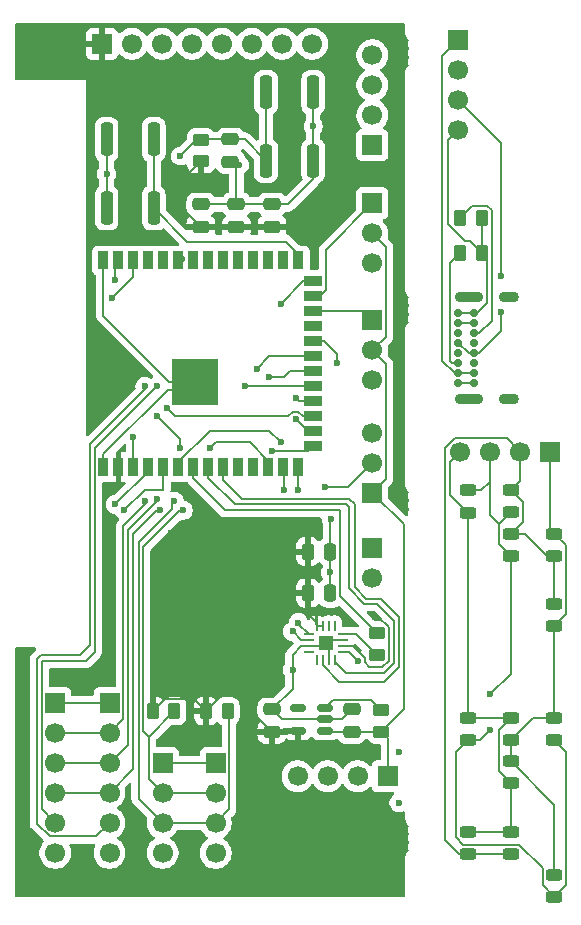
<source format=gbr>
%TF.GenerationSoftware,KiCad,Pcbnew,9.0.4*%
%TF.CreationDate,2025-12-16T11:42:32-05:00*%
%TF.ProjectId,TARS,54415253-2e6b-4696-9361-645f70636258,rev?*%
%TF.SameCoordinates,Original*%
%TF.FileFunction,Copper,L1,Top*%
%TF.FilePolarity,Positive*%
%FSLAX46Y46*%
G04 Gerber Fmt 4.6, Leading zero omitted, Abs format (unit mm)*
G04 Created by KiCad (PCBNEW 9.0.4) date 2025-12-16 11:42:33*
%MOMM*%
%LPD*%
G01*
G04 APERTURE LIST*
G04 Aperture macros list*
%AMRoundRect*
0 Rectangle with rounded corners*
0 $1 Rounding radius*
0 $2 $3 $4 $5 $6 $7 $8 $9 X,Y pos of 4 corners*
0 Add a 4 corners polygon primitive as box body*
4,1,4,$2,$3,$4,$5,$6,$7,$8,$9,$2,$3,0*
0 Add four circle primitives for the rounded corners*
1,1,$1+$1,$2,$3*
1,1,$1+$1,$4,$5*
1,1,$1+$1,$6,$7*
1,1,$1+$1,$8,$9*
0 Add four rect primitives between the rounded corners*
20,1,$1+$1,$2,$3,$4,$5,0*
20,1,$1+$1,$4,$5,$6,$7,0*
20,1,$1+$1,$6,$7,$8,$9,0*
20,1,$1+$1,$8,$9,$2,$3,0*%
G04 Aperture macros list end*
%TA.AperFunction,SMDPad,CuDef*%
%ADD10RoundRect,0.243750X0.456250X-0.243750X0.456250X0.243750X-0.456250X0.243750X-0.456250X-0.243750X0*%
%TD*%
%TA.AperFunction,SMDPad,CuDef*%
%ADD11RoundRect,0.243750X-0.456250X0.243750X-0.456250X-0.243750X0.456250X-0.243750X0.456250X0.243750X0*%
%TD*%
%TA.AperFunction,ComponentPad*%
%ADD12R,1.700000X1.700000*%
%TD*%
%TA.AperFunction,ComponentPad*%
%ADD13C,1.700000*%
%TD*%
%TA.AperFunction,SMDPad,CuDef*%
%ADD14RoundRect,0.250000X0.475000X-0.250000X0.475000X0.250000X-0.475000X0.250000X-0.475000X-0.250000X0*%
%TD*%
%TA.AperFunction,SMDPad,CuDef*%
%ADD15RoundRect,0.250000X-0.262500X-0.450000X0.262500X-0.450000X0.262500X0.450000X-0.262500X0.450000X0*%
%TD*%
%TA.AperFunction,SMDPad,CuDef*%
%ADD16R,0.900000X1.500000*%
%TD*%
%TA.AperFunction,SMDPad,CuDef*%
%ADD17R,1.500000X0.900000*%
%TD*%
%TA.AperFunction,HeatsinkPad*%
%ADD18C,0.600000*%
%TD*%
%TA.AperFunction,HeatsinkPad*%
%ADD19R,3.900000X3.900000*%
%TD*%
%TA.AperFunction,SMDPad,CuDef*%
%ADD20RoundRect,0.250000X-0.250000X-0.475000X0.250000X-0.475000X0.250000X0.475000X-0.250000X0.475000X0*%
%TD*%
%TA.AperFunction,ComponentPad*%
%ADD21C,0.700000*%
%TD*%
%TA.AperFunction,ComponentPad*%
%ADD22O,2.400000X0.900000*%
%TD*%
%TA.AperFunction,ComponentPad*%
%ADD23O,1.700000X0.900000*%
%TD*%
%TA.AperFunction,SMDPad,CuDef*%
%ADD24RoundRect,0.150000X0.512500X0.150000X-0.512500X0.150000X-0.512500X-0.150000X0.512500X-0.150000X0*%
%TD*%
%TA.AperFunction,SMDPad,CuDef*%
%ADD25RoundRect,0.250000X0.250000X-1.150000X0.250000X1.150000X-0.250000X1.150000X-0.250000X-1.150000X0*%
%TD*%
%TA.AperFunction,SMDPad,CuDef*%
%ADD26RoundRect,0.250000X0.450000X-0.262500X0.450000X0.262500X-0.450000X0.262500X-0.450000X-0.262500X0*%
%TD*%
%TA.AperFunction,SMDPad,CuDef*%
%ADD27RoundRect,0.250000X-0.250000X1.150000X-0.250000X-1.150000X0.250000X-1.150000X0.250000X1.150000X0*%
%TD*%
%TA.AperFunction,SMDPad,CuDef*%
%ADD28RoundRect,0.250000X-0.475000X0.250000X-0.475000X-0.250000X0.475000X-0.250000X0.475000X0.250000X0*%
%TD*%
%TA.AperFunction,SMDPad,CuDef*%
%ADD29RoundRect,0.062500X0.350000X0.062500X-0.350000X0.062500X-0.350000X-0.062500X0.350000X-0.062500X0*%
%TD*%
%TA.AperFunction,SMDPad,CuDef*%
%ADD30RoundRect,0.062500X0.062500X0.350000X-0.062500X0.350000X-0.062500X-0.350000X0.062500X-0.350000X0*%
%TD*%
%TA.AperFunction,HeatsinkPad*%
%ADD31R,1.230000X1.230000*%
%TD*%
%TA.AperFunction,SMDPad,CuDef*%
%ADD32RoundRect,0.250000X-0.450000X0.262500X-0.450000X-0.262500X0.450000X-0.262500X0.450000X0.262500X0*%
%TD*%
%TA.AperFunction,ViaPad*%
%ADD33C,0.600000*%
%TD*%
%TA.AperFunction,Conductor*%
%ADD34C,0.200000*%
%TD*%
G04 APERTURE END LIST*
D10*
%TO.P,D1,1,K*%
%TO.N,LEDC*%
X175920000Y-155253500D03*
%TO.P,D1,2,A*%
%TO.N,LEDA*%
X175920000Y-153378500D03*
%TD*%
D11*
%TO.P,D10,1,K*%
%TO.N,LEDB*%
X172233000Y-124479500D03*
%TO.P,D10,2,A*%
%TO.N,LEDC*%
X172233000Y-126354500D03*
%TD*%
D12*
%TO.P,J11,1,Pin_1*%
%TO.N,+5V*%
X160500000Y-121000000D03*
D13*
%TO.P,J11,2,Pin_2*%
%TO.N,WS2812B*%
X160500000Y-118460000D03*
%TO.P,J11,3,Pin_3*%
%TO.N,GND*%
X160500000Y-115920000D03*
%TD*%
D12*
%TO.P,J15,1,Pin_1*%
%TO.N,+5V*%
X138250000Y-138800000D03*
D13*
%TO.P,J15,2,Pin_2*%
%TO.N,MOSI*%
X138250000Y-141340000D03*
%TO.P,J15,3,Pin_3*%
%TO.N,MISO*%
X138250000Y-143880000D03*
%TO.P,J15,4,Pin_4*%
%TO.N,SCK*%
X138250000Y-146420000D03*
%TO.P,J15,5,Pin_5*%
%TO.N,CS2*%
X138250000Y-148960000D03*
%TO.P,J15,6,Pin_6*%
%TO.N,GND*%
X138250000Y-151500000D03*
%TD*%
D12*
%TO.P,J17,1,Pin_1*%
%TO.N,+5V*%
X147250000Y-143880000D03*
D13*
%TO.P,J17,2,Pin_2*%
%TO.N,SDA*%
X147250000Y-146420000D03*
%TO.P,J17,3,Pin_3*%
%TO.N,SCL*%
X147250000Y-148960000D03*
%TO.P,J17,4,Pin_4*%
%TO.N,GND*%
X147250000Y-151500000D03*
%TD*%
D14*
%TO.P,C7,1*%
%TO.N,+3V3*%
X152010000Y-98500000D03*
%TO.P,C7,2*%
%TO.N,GND*%
X152010000Y-96600000D03*
%TD*%
D15*
%TO.P,R15,1*%
%TO.N,Net-(J3-CC2)*%
X167926000Y-97750000D03*
%TO.P,R15,2*%
%TO.N,GND*%
X169751000Y-97750000D03*
%TD*%
D16*
%TO.P,U1,1,GND*%
%TO.N,GND*%
X137740000Y-118845000D03*
%TO.P,U1,2,3V3*%
%TO.N,+3V3*%
X139010000Y-118845000D03*
%TO.P,U1,3,EN*%
%TO.N,RESET*%
X140280000Y-118845000D03*
%TO.P,U1,4,IO4*%
%TO.N,RIGHT*%
X141550000Y-118845000D03*
%TO.P,U1,5,IO5*%
%TO.N,ENTER*%
X142820000Y-118845000D03*
%TO.P,U1,6,IO6*%
%TO.N,WS2812B*%
X144090000Y-118845000D03*
%TO.P,U1,7,IO7*%
%TO.N,SDMODE*%
X145360000Y-118845000D03*
%TO.P,U1,8,IO15*%
%TO.N,BCLK*%
X146630000Y-118845000D03*
%TO.P,U1,9,IO16*%
%TO.N,FCLK*%
X147900000Y-118845000D03*
%TO.P,U1,10,IO17*%
%TO.N,D{slash}C*%
X149170000Y-118845000D03*
%TO.P,U1,11,IO18*%
%TO.N,RES*%
X150440000Y-118845000D03*
%TO.P,U1,12,IO8*%
%TO.N,CS2*%
X151710000Y-118845000D03*
%TO.P,U1,13,USB_D-*%
%TO.N,D-*%
X152980000Y-118845000D03*
%TO.P,U1,14,USB_D+*%
%TO.N,D+*%
X154250000Y-118845000D03*
D17*
%TO.P,U1,15,IO3*%
%TO.N,LEFT*%
X155500000Y-117080000D03*
%TO.P,U1,16,IO46*%
%TO.N,SDA*%
X155500000Y-115810000D03*
%TO.P,U1,17,IO9*%
%TO.N,CS1*%
X155500000Y-114540000D03*
%TO.P,U1,18,IO10*%
%TO.N,CS0*%
X155500000Y-113270000D03*
%TO.P,U1,19,IO11*%
%TO.N,MOSI*%
X155500000Y-112000000D03*
%TO.P,U1,20,IO12*%
%TO.N,SCK*%
X155500000Y-110730000D03*
%TO.P,U1,21,IO13*%
%TO.N,MISO*%
X155500000Y-109460000D03*
%TO.P,U1,22,IO14*%
%TO.N,DIN*%
X155500000Y-108190000D03*
%TO.P,U1,23,IO21*%
%TO.N,unconnected-(U1-IO21-Pad23)*%
X155500000Y-106920000D03*
%TO.P,U1,24,IO47*%
%TO.N,SERV1*%
X155500000Y-105650000D03*
%TO.P,U1,25,IO48*%
%TO.N,SERV2*%
X155500000Y-104380000D03*
%TO.P,U1,26,IO45*%
%TO.N,SCL*%
X155500000Y-103110000D03*
D16*
%TO.P,U1,27,IO0*%
%TO.N,BOOT*%
X154250000Y-101345000D03*
%TO.P,U1,28,IO35*%
%TO.N,unconnected-(U1-IO35-Pad28)*%
X152980000Y-101345000D03*
%TO.P,U1,29,IO36*%
%TO.N,unconnected-(U1-IO36-Pad29)*%
X151710000Y-101345000D03*
%TO.P,U1,30,IO37*%
%TO.N,unconnected-(U1-IO37-Pad30)*%
X150440000Y-101345000D03*
%TO.P,U1,31,IO38*%
%TO.N,unconnected-(U1-IO38-Pad31)*%
X149170000Y-101345000D03*
%TO.P,U1,32,IO39*%
%TO.N,LEDA*%
X147900000Y-101345000D03*
%TO.P,U1,33,IO40*%
%TO.N,LEDB*%
X146630000Y-101345000D03*
%TO.P,U1,34,IO41*%
%TO.N,LEDC*%
X145360000Y-101345000D03*
%TO.P,U1,35,IO42*%
%TO.N,LEDD*%
X144090000Y-101345000D03*
%TO.P,U1,36,RXD0*%
%TO.N,unconnected-(U1-RXD0-Pad36)*%
X142820000Y-101345000D03*
%TO.P,U1,37,TXD0*%
%TO.N,unconnected-(U1-TXD0-Pad37)*%
X141550000Y-101345000D03*
%TO.P,U1,38,IO2*%
%TO.N,DOWN*%
X140280000Y-101345000D03*
%TO.P,U1,39,IO1*%
%TO.N,UP*%
X139010000Y-101345000D03*
%TO.P,U1,40,GND*%
%TO.N,GND*%
X137740000Y-101345000D03*
D18*
%TO.P,U1,41,GND*%
X144760000Y-112995000D03*
X146160000Y-112995000D03*
X144060000Y-112295000D03*
X145460000Y-112295000D03*
X146860000Y-112295000D03*
X144760000Y-111595000D03*
D19*
X145460000Y-111595000D03*
D18*
X146160000Y-111595000D03*
X144060000Y-110895000D03*
X145460000Y-110895000D03*
X146860000Y-110895000D03*
X144760000Y-110195000D03*
X146160000Y-110195000D03*
%TD*%
D20*
%TO.P,C3,1*%
%TO.N,+3V3*%
X155050000Y-126000000D03*
%TO.P,C3,2*%
%TO.N,GND*%
X156950000Y-126000000D03*
%TD*%
D12*
%TO.P,LS1,1,1*%
%TO.N,Net-(U3-OUTP)*%
X160500000Y-125725000D03*
D13*
%TO.P,LS1,2,2*%
%TO.N,Net-(U3-OUTN)*%
X160500000Y-128265000D03*
%TD*%
D14*
%TO.P,C5,1*%
%TO.N,+3V3*%
X145990000Y-98500000D03*
%TO.P,C5,2*%
%TO.N,GND*%
X145990000Y-96600000D03*
%TD*%
D12*
%TO.P,M2,1,PWM*%
%TO.N,SERV2*%
X160500000Y-96500000D03*
D13*
%TO.P,M2,2,+*%
%TO.N,+5V*%
X160500000Y-99040000D03*
%TO.P,M2,3,-*%
%TO.N,GND*%
X160500000Y-101580000D03*
%TD*%
D11*
%TO.P,D5,1,K*%
%TO.N,LEDA*%
X175900000Y-140086500D03*
%TO.P,D5,2,A*%
%TO.N,LEDC*%
X175900000Y-141961500D03*
%TD*%
D12*
%TO.P,J13,1,Pin_1*%
%TO.N,+5V*%
X161800000Y-145010000D03*
D13*
%TO.P,J13,2,Pin_2*%
%TO.N,D+*%
X159260000Y-145010000D03*
%TO.P,J13,3,Pin_3*%
%TO.N,D-*%
X156720000Y-145010000D03*
%TO.P,J13,4,Pin_4*%
%TO.N,GND*%
X154180000Y-145010000D03*
%TD*%
D10*
%TO.P,D11,1,K*%
%TO.N,LEDC*%
X172233000Y-122647500D03*
%TO.P,D11,2,A*%
%TO.N,LEDB*%
X172233000Y-120772500D03*
%TD*%
D11*
%TO.P,D2,1,K*%
%TO.N,LEDD*%
X172234000Y-149712500D03*
%TO.P,D2,2,A*%
%TO.N,LEDB*%
X172234000Y-151587500D03*
%TD*%
D12*
%TO.P,J1,1,Pin_1*%
%TO.N,+3V3*%
X137610000Y-83000000D03*
D13*
%TO.P,J1,2,Pin_2*%
%TO.N,GND*%
X140150000Y-83000000D03*
%TO.P,J1,3,Pin_3*%
%TO.N,unconnected-(J1-Pin_3-Pad3)*%
X142690000Y-83000000D03*
%TO.P,J1,4,Pin_4*%
%TO.N,MOSI*%
X145230000Y-83000000D03*
%TO.P,J1,5,Pin_5*%
%TO.N,SCK*%
X147770000Y-83000000D03*
%TO.P,J1,6,Pin_6*%
%TO.N,CS0*%
X150310000Y-83000000D03*
%TO.P,J1,7,Pin_7*%
%TO.N,D{slash}C*%
X152850000Y-83000000D03*
%TO.P,J1,8,Pin_8*%
%TO.N,RES*%
X155390000Y-83000000D03*
%TD*%
D14*
%TO.P,C1,1*%
%TO.N,+5V*%
X158750000Y-141250000D03*
%TO.P,C1,2*%
%TO.N,GND*%
X158750000Y-139350000D03*
%TD*%
%TO.P,C6,1*%
%TO.N,+3V3*%
X149000000Y-98500000D03*
%TO.P,C6,2*%
%TO.N,GND*%
X149000000Y-96600000D03*
%TD*%
D10*
%TO.P,D9,1,K*%
%TO.N,LEDB*%
X175900000Y-126334500D03*
%TO.P,D9,2,A*%
%TO.N,LEDA*%
X175900000Y-124459500D03*
%TD*%
D21*
%TO.P,J3,A1,GND*%
%TO.N,GND*%
X167726000Y-111725000D03*
%TO.P,J3,A4,VBUS*%
%TO.N,+5V*%
X167726000Y-110875000D03*
%TO.P,J3,A5,CC1*%
%TO.N,Net-(J3-CC1)*%
X167726000Y-110025000D03*
%TO.P,J3,A6,D+*%
%TO.N,D+*%
X167726000Y-109175000D03*
%TO.P,J3,A7,D-*%
%TO.N,D-*%
X167726000Y-108325000D03*
%TO.P,J3,A8,SBU1*%
%TO.N,unconnected-(J3-SBU1-PadA8)*%
X167726000Y-107475000D03*
%TO.P,J3,A9,VBUS*%
%TO.N,+5V*%
X167726000Y-106625000D03*
%TO.P,J3,A12,GND*%
%TO.N,GND*%
X167726000Y-105775000D03*
%TO.P,J3,B1,GND*%
X169076000Y-105775000D03*
%TO.P,J3,B4,VBUS*%
%TO.N,+5V*%
X169076000Y-106625000D03*
%TO.P,J3,B5,CC2*%
%TO.N,Net-(J3-CC2)*%
X169076000Y-107475000D03*
%TO.P,J3,B6,D+*%
%TO.N,D+*%
X169076000Y-108325000D03*
%TO.P,J3,B7,D-*%
%TO.N,D-*%
X169076000Y-109175000D03*
%TO.P,J3,B8,SBU2*%
%TO.N,unconnected-(J3-SBU2-PadB8)*%
X169076000Y-110025000D03*
%TO.P,J3,B9,VBUS*%
%TO.N,+5V*%
X169076000Y-110875000D03*
%TO.P,J3,B12,GND*%
%TO.N,GND*%
X169076000Y-111725000D03*
D22*
%TO.P,J3,S1,SHIELD*%
%TO.N,unconnected-(J3-SHIELD-PadS1)*%
X168706000Y-113075000D03*
D23*
%TO.N,unconnected-(J3-SHIELD-PadS1)_3*%
X172086000Y-113075000D03*
D22*
%TO.N,unconnected-(J3-SHIELD-PadS1)_2*%
X168706000Y-104425000D03*
D23*
%TO.N,unconnected-(J3-SHIELD-PadS1)_1*%
X172086000Y-104425000D03*
%TD*%
D15*
%TO.P,R4,1*%
%TO.N,+3V3*%
X141925000Y-139500000D03*
%TO.P,R4,2*%
%TO.N,SDA*%
X143750000Y-139500000D03*
%TD*%
D12*
%TO.P,J5,1,Pin_1*%
%TO.N,LEDA*%
X175560000Y-117566000D03*
D13*
%TO.P,J5,2,Pin_2*%
%TO.N,LEDB*%
X173020000Y-117566000D03*
%TO.P,J5,3,Pin_3*%
%TO.N,LEDC*%
X170480000Y-117566000D03*
%TO.P,J5,4,Pin_4*%
%TO.N,LEDD*%
X167940000Y-117566000D03*
%TD*%
D20*
%TO.P,C4,1*%
%TO.N,+3V3*%
X155050000Y-129500000D03*
%TO.P,C4,2*%
%TO.N,GND*%
X156950000Y-129500000D03*
%TD*%
D24*
%TO.P,U2,1,VIN*%
%TO.N,+5V*%
X156500000Y-141150000D03*
%TO.P,U2,2,GND*%
%TO.N,GND*%
X156500000Y-140200000D03*
%TO.P,U2,3,EN*%
%TO.N,Net-(U2-EN)*%
X156500000Y-139250000D03*
%TO.P,U2,4,NC*%
%TO.N,unconnected-(U2-NC-Pad4)*%
X154225000Y-139250000D03*
%TO.P,U2,5,VOUT*%
%TO.N,+3V3*%
X154225000Y-141150000D03*
%TD*%
D25*
%TO.P,SW6,1,1*%
%TO.N,GND*%
X138000000Y-96900000D03*
X138000000Y-91100000D03*
%TO.P,SW6,2,2*%
%TO.N,BOOT*%
X142000000Y-96900000D03*
X142000000Y-91100000D03*
%TD*%
D12*
%TO.P,M1,1,PWM*%
%TO.N,SERV1*%
X160500000Y-106420000D03*
D13*
%TO.P,M1,2,+*%
%TO.N,+5V*%
X160500000Y-108960000D03*
%TO.P,M1,3,-*%
%TO.N,GND*%
X160500000Y-111500000D03*
%TD*%
D11*
%TO.P,D4,1,K*%
%TO.N,LEDA*%
X172234000Y-143732500D03*
%TO.P,D4,2,A*%
%TO.N,LEDD*%
X172234000Y-145607500D03*
%TD*%
D26*
%TO.P,R2,1*%
%TO.N,+5V*%
X161250000Y-141250000D03*
%TO.P,R2,2*%
%TO.N,Net-(U2-EN)*%
X161250000Y-139425000D03*
%TD*%
%TO.P,R1,1*%
%TO.N,+3V3*%
X145990000Y-92962500D03*
%TO.P,R1,2*%
%TO.N,RESET*%
X145990000Y-91137500D03*
%TD*%
D11*
%TO.P,D12,1,K*%
%TO.N,LEDC*%
X168566000Y-120812500D03*
%TO.P,D12,2,A*%
%TO.N,LEDD*%
X168566000Y-122687500D03*
%TD*%
D15*
%TO.P,R5,1*%
%TO.N,+3V3*%
X146425000Y-139500000D03*
%TO.P,R5,2*%
%TO.N,SCL*%
X148250000Y-139500000D03*
%TD*%
D12*
%TO.P,J2,1,Pin_1*%
%TO.N,LEDA*%
X160500000Y-91580000D03*
D13*
%TO.P,J2,2,Pin_2*%
%TO.N,LEDB*%
X160500000Y-89040000D03*
%TO.P,J2,3,Pin_3*%
%TO.N,LEDC*%
X160500000Y-86500000D03*
%TO.P,J2,4,Pin_4*%
%TO.N,LEDD*%
X160500000Y-83960000D03*
%TD*%
D11*
%TO.P,D6,1,K*%
%TO.N,LEDD*%
X168568000Y-140086500D03*
%TO.P,D6,2,A*%
%TO.N,LEDC*%
X168568000Y-141961500D03*
%TD*%
D27*
%TO.P,SW5,1,1*%
%TO.N,GND*%
X155500000Y-87100000D03*
X155500000Y-92900000D03*
%TO.P,SW5,2,2*%
%TO.N,RESET*%
X151500000Y-87100000D03*
X151500000Y-92900000D03*
%TD*%
D10*
%TO.P,D3,1,K*%
%TO.N,LEDB*%
X168567000Y-151587500D03*
%TO.P,D3,2,A*%
%TO.N,LEDD*%
X168567000Y-149712500D03*
%TD*%
D28*
%TO.P,C8,1*%
%TO.N,RESET*%
X148490000Y-91100000D03*
%TO.P,C8,2*%
%TO.N,GND*%
X148490000Y-93000000D03*
%TD*%
D29*
%TO.P,U3,1,DIN*%
%TO.N,DIN*%
X158000000Y-134500000D03*
%TO.P,U3,2,GAIN_SLOT*%
%TO.N,+3V3*%
X158000000Y-134000000D03*
%TO.P,U3,3,GND*%
%TO.N,GND*%
X158000000Y-133500000D03*
%TO.P,U3,4,~{SD_MODE}*%
%TO.N,Net-(U3-~{SD_MODE})*%
X158000000Y-133000000D03*
D30*
%TO.P,U3,5,NC*%
%TO.N,unconnected-(U3-NC-Pad5)*%
X157312500Y-132312500D03*
%TO.P,U3,6,NC*%
%TO.N,unconnected-(U3-NC-Pad6)*%
X156812500Y-132312500D03*
%TO.P,U3,7,VDD*%
%TO.N,+3V3*%
X156312500Y-132312500D03*
%TO.P,U3,8,VDD*%
X155812500Y-132312500D03*
D29*
%TO.P,U3,9,OUTP*%
%TO.N,Net-(U3-OUTP)*%
X155125000Y-133000000D03*
%TO.P,U3,10,OUTN*%
%TO.N,Net-(U3-OUTN)*%
X155125000Y-133500000D03*
%TO.P,U3,11,GND*%
%TO.N,GND*%
X155125000Y-134000000D03*
%TO.P,U3,12,NC*%
%TO.N,unconnected-(U3-NC-Pad12)*%
X155125000Y-134500000D03*
D30*
%TO.P,U3,13,NC*%
%TO.N,unconnected-(U3-NC-Pad13)*%
X155812500Y-135187500D03*
%TO.P,U3,14,LRCLK*%
%TO.N,FCLK*%
X156312500Y-135187500D03*
%TO.P,U3,15,GND*%
%TO.N,GND*%
X156812500Y-135187500D03*
%TO.P,U3,16,BCLK*%
%TO.N,BCLK*%
X157312500Y-135187500D03*
D31*
%TO.P,U3,17,PAD*%
%TO.N,GND*%
X156562500Y-133750000D03*
%TD*%
D14*
%TO.P,C2,1*%
%TO.N,+3V3*%
X152000000Y-141250000D03*
%TO.P,C2,2*%
%TO.N,GND*%
X152000000Y-139350000D03*
%TD*%
D12*
%TO.P,J14,1,Pin_1*%
%TO.N,+5V*%
X133660000Y-138800000D03*
D13*
%TO.P,J14,2,Pin_2*%
%TO.N,MOSI*%
X133660000Y-141340000D03*
%TO.P,J14,3,Pin_3*%
%TO.N,MISO*%
X133660000Y-143880000D03*
%TO.P,J14,4,Pin_4*%
%TO.N,SCK*%
X133660000Y-146420000D03*
%TO.P,J14,5,Pin_5*%
%TO.N,CS1*%
X133660000Y-148960000D03*
%TO.P,J14,6,Pin_6*%
%TO.N,GND*%
X133660000Y-151500000D03*
%TD*%
D15*
%TO.P,R16,1*%
%TO.N,Net-(J3-CC1)*%
X167926000Y-100700000D03*
%TO.P,R16,2*%
%TO.N,GND*%
X169751000Y-100700000D03*
%TD*%
D10*
%TO.P,D8,1,K*%
%TO.N,LEDA*%
X175900000Y-132314500D03*
%TO.P,D8,2,A*%
%TO.N,LEDB*%
X175900000Y-130439500D03*
%TD*%
D11*
%TO.P,D7,1,K*%
%TO.N,LEDD*%
X172234000Y-140085500D03*
%TO.P,D7,2,A*%
%TO.N,LEDA*%
X172234000Y-141960500D03*
%TD*%
D12*
%TO.P,J12,1,Pin_1*%
%TO.N,+5V*%
X167751000Y-82670000D03*
D13*
%TO.P,J12,2,Pin_2*%
%TO.N,D+*%
X167751000Y-85210000D03*
%TO.P,J12,3,Pin_3*%
%TO.N,D-*%
X167751000Y-87750000D03*
%TO.P,J12,4,Pin_4*%
%TO.N,GND*%
X167751000Y-90290000D03*
%TD*%
D32*
%TO.P,R3,1*%
%TO.N,SDMODE*%
X160872500Y-132897500D03*
%TO.P,R3,2*%
%TO.N,Net-(U3-~{SD_MODE})*%
X160872500Y-134722500D03*
%TD*%
D12*
%TO.P,J16,1,Pin_1*%
%TO.N,+5V*%
X142750000Y-143880000D03*
D13*
%TO.P,J16,2,Pin_2*%
%TO.N,SDA*%
X142750000Y-146420000D03*
%TO.P,J16,3,Pin_3*%
%TO.N,SCL*%
X142750000Y-148960000D03*
%TO.P,J16,4,Pin_4*%
%TO.N,GND*%
X142750000Y-151500000D03*
%TD*%
D33*
%TO.N,GND*%
X138000000Y-94000000D03*
X149250000Y-93250000D03*
X162750000Y-147250000D03*
X153750000Y-136000000D03*
X155500000Y-90000000D03*
X157000000Y-123250000D03*
X156950000Y-127750000D03*
X162750000Y-143000000D03*
X137740000Y-101345000D03*
%TO.N,+3V3*%
X143425000Y-124375000D03*
X145325000Y-124375000D03*
X162500000Y-121500000D03*
X155750000Y-124000000D03*
X158250000Y-131750000D03*
X150200000Y-130350000D03*
X147225000Y-124375000D03*
X131000000Y-135250000D03*
X160750000Y-131500000D03*
X133750000Y-136500000D03*
%TO.N,RESET*%
X140250000Y-116250000D03*
X144250000Y-92500000D03*
%TO.N,LEDA*%
X147900000Y-101345000D03*
%TO.N,LEDB*%
X146630000Y-101345000D03*
%TO.N,LEDC*%
X145360000Y-101345000D03*
X170500000Y-141066000D03*
X170500000Y-138066000D03*
%TO.N,CS0*%
X154000000Y-113000000D03*
%TO.N,RES*%
X150440000Y-118845000D03*
%TO.N,SCK*%
X142500000Y-122500000D03*
X151750000Y-111250000D03*
%TO.N,D{slash}C*%
X149250000Y-118750000D03*
%TO.N,MOSI*%
X141250000Y-121750000D03*
X149750000Y-112000000D03*
%TO.N,UP*%
X138750000Y-103000000D03*
%TO.N,D+*%
X154250000Y-120750000D03*
%TO.N,D-*%
X171426000Y-105700000D03*
X153000000Y-120750000D03*
X171426000Y-102700000D03*
%TO.N,DOWN*%
X138500000Y-104500000D03*
%TO.N,LEFT*%
X152000000Y-117500000D03*
%TO.N,RIGHT*%
X138750000Y-122000000D03*
%TO.N,WS2812B*%
X152750000Y-116750000D03*
X156500000Y-120500000D03*
%TO.N,CS1*%
X143117364Y-113854578D03*
X142250000Y-112000000D03*
%TO.N,MISO*%
X150750000Y-110500000D03*
X142250000Y-121500000D03*
%TO.N,CS2*%
X146750000Y-117250000D03*
X141250000Y-112000000D03*
X144250000Y-117250000D03*
X142250000Y-114500000D03*
%TO.N,SCL*%
X143750000Y-121750000D03*
X152750000Y-105000000D03*
%TO.N,SDA*%
X154000000Y-114750000D03*
X144500000Y-122500000D03*
%TO.N,Net-(U3-OUTP)*%
X154250000Y-132000000D03*
%TO.N,Net-(U3-OUTN)*%
X153750000Y-132750000D03*
%TO.N,DIN*%
X159250000Y-135250000D03*
X157500000Y-110000000D03*
%TO.N,LEDD*%
X144409998Y-101221893D03*
%TO.N,ENTER*%
X139500000Y-122500000D03*
%TD*%
D34*
%TO.N,GND*%
X156500000Y-140200000D02*
X157900000Y-140200000D01*
X167726000Y-111725000D02*
X169076000Y-111725000D01*
X137740000Y-106025000D02*
X137740000Y-101345000D01*
X152850000Y-140200000D02*
X156500000Y-140200000D01*
X156312500Y-134000000D02*
X156562500Y-133750000D01*
X156812500Y-135187500D02*
X156812500Y-134000000D01*
X155500000Y-90000000D02*
X155500000Y-87100000D01*
X149000000Y-93500000D02*
X149000000Y-96600000D01*
X138000000Y-96900000D02*
X138000000Y-94000000D01*
X169751000Y-100700000D02*
X170207000Y-101156000D01*
X169751000Y-97750000D02*
X169751000Y-100700000D01*
X145990000Y-96600000D02*
X152010000Y-96600000D01*
X156812500Y-134000000D02*
X156562500Y-133750000D01*
X137740000Y-118845000D02*
X137740000Y-117760000D01*
X166901000Y-98223660D02*
X168376340Y-99699000D01*
X152010000Y-96600000D02*
X153350000Y-96600000D01*
X155125000Y-134000000D02*
X156312500Y-134000000D01*
X168750000Y-99699000D02*
X169751000Y-100700000D01*
X153750000Y-134750000D02*
X153750000Y-136000000D01*
X143205000Y-112295000D02*
X144060000Y-112295000D01*
X149250000Y-93250000D02*
X149000000Y-93500000D01*
X166901000Y-91140000D02*
X166901000Y-98223660D01*
X156950000Y-129500000D02*
X156950000Y-127750000D01*
X168376340Y-99699000D02*
X168750000Y-99699000D01*
X167751000Y-90290000D02*
X166901000Y-91140000D01*
X137740000Y-117760000D02*
X143205000Y-112295000D01*
X152000000Y-139350000D02*
X152850000Y-140200000D01*
X153750000Y-136000000D02*
X153750000Y-137600000D01*
X156950000Y-126000000D02*
X156950000Y-123300000D01*
X155125000Y-134000000D02*
X154500000Y-134000000D01*
X153750000Y-137600000D02*
X152000000Y-139350000D01*
X156950000Y-123300000D02*
X157000000Y-123250000D01*
X158000000Y-133500000D02*
X156812500Y-133500000D01*
X169351000Y-105775000D02*
X167726000Y-105775000D01*
X155500000Y-92900000D02*
X155500000Y-90000000D01*
X153350000Y-96600000D02*
X155500000Y-94450000D01*
X157900000Y-140200000D02*
X158750000Y-139350000D01*
X156950000Y-127750000D02*
X156950000Y-126000000D01*
X145460000Y-111595000D02*
X143310000Y-111595000D01*
X155500000Y-94450000D02*
X155500000Y-92900000D01*
X170207000Y-101156000D02*
X170207000Y-104919000D01*
X154500000Y-134000000D02*
X153750000Y-134750000D01*
X156812500Y-133500000D02*
X156562500Y-133750000D01*
X170207000Y-104919000D02*
X169351000Y-105775000D01*
X143310000Y-111595000D02*
X137740000Y-106025000D01*
X138000000Y-94000000D02*
X138000000Y-91100000D01*
%TO.N,+5V*%
X169076000Y-106625000D02*
X167726000Y-106625000D01*
X161651000Y-110111000D02*
X161651000Y-119849000D01*
X167726000Y-110875000D02*
X169076000Y-110875000D01*
X167459852Y-110875000D02*
X167726000Y-110875000D01*
X147250000Y-143880000D02*
X142750000Y-143880000D01*
X166426000Y-109841148D02*
X167459852Y-110875000D01*
X160500000Y-108960000D02*
X161651000Y-110111000D01*
X161250000Y-141250000D02*
X163149000Y-139351000D01*
X156600000Y-141250000D02*
X156500000Y-141150000D01*
X166426000Y-83995000D02*
X166426000Y-109841148D01*
X161250000Y-141250000D02*
X156600000Y-141250000D01*
X163149000Y-139351000D02*
X163149000Y-123649000D01*
X161651000Y-107809000D02*
X160500000Y-108960000D01*
X138250000Y-138800000D02*
X133660000Y-138800000D01*
X163149000Y-123649000D02*
X160500000Y-121000000D01*
X161800000Y-141800000D02*
X161250000Y-141250000D01*
X161800000Y-145010000D02*
X161800000Y-141800000D01*
X161651000Y-119849000D02*
X160500000Y-121000000D01*
X161651000Y-100191000D02*
X161651000Y-107809000D01*
X167751000Y-82670000D02*
X166426000Y-83995000D01*
X160500000Y-99040000D02*
X161651000Y-100191000D01*
%TO.N,+3V3*%
X155812500Y-132062500D02*
X155050000Y-131300000D01*
X159851000Y-135001057D02*
X159851000Y-135351000D01*
X155812500Y-132312500D02*
X155812500Y-132062500D01*
X154225000Y-141150000D02*
X152100000Y-141150000D01*
X161873500Y-132399840D02*
X160973660Y-131500000D01*
X159851000Y-135351000D02*
X160250000Y-135750000D01*
X160250000Y-135750000D02*
X160500000Y-135750000D01*
X161873500Y-135220160D02*
X161873500Y-132399840D01*
X158849943Y-134000000D02*
X159851000Y-135001057D01*
X145424000Y-138499000D02*
X142926000Y-138499000D01*
X158000000Y-134000000D02*
X158849943Y-134000000D01*
X142926000Y-138499000D02*
X141925000Y-139500000D01*
X147925000Y-138000000D02*
X146425000Y-139500000D01*
X148750000Y-138000000D02*
X147925000Y-138000000D01*
X144500000Y-94452500D02*
X144500000Y-97010000D01*
X155050000Y-131300000D02*
X155050000Y-129500000D01*
X144500000Y-97010000D02*
X145990000Y-98500000D01*
X160973660Y-131500000D02*
X160750000Y-131500000D01*
X145990000Y-92962500D02*
X144500000Y-94452500D01*
X146425000Y-139500000D02*
X145424000Y-138499000D01*
X161343660Y-135750000D02*
X161873500Y-135220160D01*
X160500000Y-135750000D02*
X161343660Y-135750000D01*
X152000000Y-141250000D02*
X148750000Y-138000000D01*
X156312500Y-132312500D02*
X155812500Y-132312500D01*
X152100000Y-141150000D02*
X152000000Y-141250000D01*
%TO.N,RESET*%
X140250000Y-116250000D02*
X140280000Y-116280000D01*
X149700000Y-91100000D02*
X151500000Y-92900000D01*
X148490000Y-91100000D02*
X146027500Y-91100000D01*
X145990000Y-91137500D02*
X145952500Y-91100000D01*
X145952500Y-91100000D02*
X145650000Y-91100000D01*
X140280000Y-116280000D02*
X140280000Y-118845000D01*
X151500000Y-87100000D02*
X151500000Y-92900000D01*
X145650000Y-91100000D02*
X144250000Y-92500000D01*
X148490000Y-91100000D02*
X149700000Y-91100000D01*
X146027500Y-91100000D02*
X145990000Y-91137500D01*
%TO.N,LEDA*%
X176901000Y-125460500D02*
X176901000Y-131313500D01*
X172234000Y-141960500D02*
X172234000Y-143732500D01*
X175900000Y-124459500D02*
X176901000Y-125460500D01*
X172836000Y-141961500D02*
X172835000Y-141960500D01*
X175920000Y-147418500D02*
X172234000Y-143732500D01*
X175900000Y-140086500D02*
X174108000Y-140086500D01*
X175560000Y-124119500D02*
X175900000Y-124459500D01*
X175900000Y-132314500D02*
X175900000Y-140086500D01*
X175920000Y-153378500D02*
X175920000Y-147418500D01*
X176901000Y-131313500D02*
X175900000Y-132314500D01*
X174108000Y-140086500D02*
X172234000Y-141960500D01*
X175560000Y-117566000D02*
X175560000Y-124119500D01*
%TO.N,LEDB*%
X173413500Y-124479500D02*
X172233000Y-124479500D01*
X168567000Y-151587500D02*
X167867001Y-151587500D01*
X175900000Y-130439500D02*
X175900000Y-126334500D01*
X173234000Y-123478500D02*
X173234000Y-121773500D01*
X175268500Y-126334500D02*
X173413500Y-124479500D01*
X172233000Y-124479500D02*
X173234000Y-123478500D01*
X168567000Y-151587500D02*
X172234000Y-151587500D01*
X175900000Y-126334500D02*
X175268500Y-126334500D01*
X166689000Y-117189240D02*
X167463240Y-116415000D01*
X166689000Y-150409499D02*
X166689000Y-117189240D01*
X173234000Y-121773500D02*
X172233000Y-120772500D01*
X167867001Y-151587500D02*
X166689000Y-150409499D01*
X173020000Y-119985500D02*
X173020000Y-117566000D01*
X167463240Y-116415000D02*
X171869000Y-116415000D01*
X171869000Y-116415000D02*
X173020000Y-117566000D01*
X172233000Y-120772500D02*
X173020000Y-119985500D01*
X172254000Y-151587500D02*
X172234000Y-151587500D01*
%TO.N,LEDC*%
X172922646Y-150799000D02*
X174919000Y-152795354D01*
X168176354Y-150799000D02*
X172922646Y-150799000D01*
X169733500Y-120812500D02*
X170480000Y-120066000D01*
X174919000Y-152795354D02*
X174919000Y-154252500D01*
X168566000Y-120812500D02*
X169733500Y-120812500D01*
X167566000Y-150188646D02*
X168176354Y-150799000D01*
X174919000Y-154252500D02*
X175920000Y-155253500D01*
X168568000Y-141961500D02*
X167566000Y-142963500D01*
X171232000Y-123648500D02*
X172233000Y-122647500D01*
X170480000Y-122896500D02*
X170480000Y-120066000D01*
X171232000Y-125353500D02*
X171232000Y-123648500D01*
X176921000Y-154252500D02*
X175920000Y-155253500D01*
X172233000Y-136333000D02*
X170500000Y-138066000D01*
X171232000Y-123648500D02*
X170480000Y-122896500D01*
X172233000Y-126354500D02*
X172233000Y-136333000D01*
X170500000Y-141066000D02*
X169604500Y-141961500D01*
X169604500Y-141961500D02*
X168568000Y-141961500D01*
X172233000Y-126354500D02*
X171232000Y-125353500D01*
X175900000Y-141961500D02*
X176921000Y-142982500D01*
X167566000Y-142963500D02*
X167566000Y-150188646D01*
X176921000Y-142982500D02*
X176921000Y-154252500D01*
X170480000Y-120066000D02*
X170480000Y-117566000D01*
%TO.N,CS0*%
X154270000Y-113270000D02*
X154000000Y-113000000D01*
X155500000Y-113270000D02*
X154270000Y-113270000D01*
%TO.N,SCK*%
X140250000Y-144420000D02*
X140250000Y-124500000D01*
X153000000Y-111250000D02*
X153520000Y-110730000D01*
X151750000Y-111250000D02*
X153000000Y-111250000D01*
X153520000Y-110730000D02*
X155500000Y-110730000D01*
X138250000Y-146420000D02*
X133660000Y-146420000D01*
X142250000Y-122500000D02*
X142500000Y-122500000D01*
X138250000Y-146420000D02*
X140250000Y-144420000D01*
X140250000Y-124500000D02*
X142250000Y-122500000D01*
%TO.N,MOSI*%
X140750000Y-122500000D02*
X141250000Y-122000000D01*
X133660000Y-141340000D02*
X138250000Y-141340000D01*
X138250000Y-141340000D02*
X139401000Y-140189000D01*
X141250000Y-122000000D02*
X141250000Y-121750000D01*
X139401000Y-123849000D02*
X140750000Y-122500000D01*
X139401000Y-140189000D02*
X139401000Y-123849000D01*
X155500000Y-112000000D02*
X149750000Y-112000000D01*
%TO.N,UP*%
X138750000Y-103000000D02*
X138750000Y-101605000D01*
X138750000Y-101605000D02*
X139010000Y-101345000D01*
%TO.N,Net-(J3-CC1)*%
X167075000Y-101551000D02*
X167075000Y-109868974D01*
X167231026Y-110025000D02*
X167726000Y-110025000D01*
X167075000Y-109868974D02*
X167231026Y-110025000D01*
X167926000Y-100700000D02*
X167075000Y-101551000D01*
%TO.N,D+*%
X154250000Y-120750000D02*
X154250000Y-118845000D01*
%TO.N,D-*%
X171426000Y-102700000D02*
X171426000Y-91425000D01*
X171426000Y-91425000D02*
X167751000Y-87750000D01*
X168646654Y-109175000D02*
X167796654Y-108325000D01*
X153000000Y-118865000D02*
X152980000Y-118845000D01*
X169076000Y-109175000D02*
X169570974Y-109175000D01*
X167796654Y-108325000D02*
X167726000Y-108325000D01*
X169076000Y-109175000D02*
X168646654Y-109175000D01*
X171426000Y-107319974D02*
X171426000Y-105700000D01*
X169570974Y-109175000D02*
X171426000Y-107319974D01*
X153000000Y-120750000D02*
X153000000Y-118865000D01*
%TO.N,Net-(J3-CC2)*%
X167926000Y-97750000D02*
X168927000Y-96749000D01*
X170608000Y-97108340D02*
X170608000Y-106437974D01*
X169570974Y-107475000D02*
X169076000Y-107475000D01*
X170608000Y-106437974D02*
X169570974Y-107475000D01*
X170248660Y-96749000D02*
X170608000Y-97108340D01*
X168927000Y-96749000D02*
X170248660Y-96749000D01*
%TO.N,DOWN*%
X138500000Y-104500000D02*
X140280000Y-102720000D01*
X140280000Y-102720000D02*
X140280000Y-101345000D01*
%TO.N,LEFT*%
X152000000Y-117500000D02*
X155080000Y-117500000D01*
X155080000Y-117500000D02*
X155500000Y-117080000D01*
%TO.N,RIGHT*%
X141500000Y-118895000D02*
X141550000Y-118845000D01*
X141500000Y-119250000D02*
X141500000Y-118895000D01*
X138750000Y-122000000D02*
X141500000Y-119250000D01*
%TO.N,WS2812B*%
X144090000Y-118410000D02*
X144090000Y-118845000D01*
X152750000Y-116750000D02*
X151750000Y-115750000D01*
X146750000Y-115750000D02*
X144090000Y-118410000D01*
X158460000Y-120500000D02*
X156500000Y-120500000D01*
X160500000Y-118460000D02*
X158460000Y-120500000D01*
X151750000Y-115750000D02*
X146750000Y-115750000D01*
%TO.N,CS1*%
X143762786Y-114500000D02*
X153400057Y-114500000D01*
X132500000Y-147800000D02*
X133660000Y-148960000D01*
X136250000Y-135250000D02*
X132500000Y-135250000D01*
X153751057Y-114149000D02*
X154248943Y-114149000D01*
X153400057Y-114500000D02*
X153751057Y-114149000D01*
X143117364Y-113854578D02*
X143762786Y-114500000D01*
X142250000Y-112000000D02*
X136989000Y-117261000D01*
X154599943Y-114500000D02*
X155460000Y-114500000D01*
X132500000Y-135250000D02*
X132500000Y-147800000D01*
X155460000Y-114500000D02*
X155500000Y-114540000D01*
X154248943Y-114149000D02*
X154599943Y-114500000D01*
X136989000Y-134511000D02*
X136250000Y-135250000D01*
X136989000Y-117261000D02*
X136989000Y-134511000D01*
%TO.N,MISO*%
X138250000Y-143880000D02*
X139802000Y-142328000D01*
X141500000Y-122500000D02*
X141750000Y-122250000D01*
X139802000Y-124198000D02*
X141500000Y-122500000D01*
X141750000Y-122250000D02*
X142000000Y-122000000D01*
X151790000Y-109460000D02*
X155500000Y-109460000D01*
X150750000Y-110500000D02*
X151790000Y-109460000D01*
X142000000Y-122000000D02*
X142250000Y-121750000D01*
X139802000Y-142328000D02*
X139802000Y-124198000D01*
X142250000Y-121750000D02*
X142250000Y-121500000D01*
X138250000Y-143880000D02*
X133660000Y-143880000D01*
%TO.N,CS2*%
X146750000Y-117250000D02*
X147250000Y-116750000D01*
X132099000Y-135083900D02*
X132432900Y-134750000D01*
X142250000Y-114500000D02*
X144250000Y-116500000D01*
X136588000Y-133899836D02*
X136588000Y-116912000D01*
X136588000Y-116912000D02*
X141250000Y-112250000D01*
X132432900Y-134750000D02*
X135000000Y-134750000D01*
X150147000Y-116750000D02*
X151710000Y-118313000D01*
X147250000Y-116750000D02*
X150147000Y-116750000D01*
X151710000Y-118313000D02*
X151710000Y-118845000D01*
X132099000Y-149026760D02*
X132099000Y-135083900D01*
X137099000Y-150111000D02*
X133183240Y-150111000D01*
X135737836Y-134750000D02*
X136588000Y-133899836D01*
X144250000Y-116500000D02*
X144250000Y-117250000D01*
X133183240Y-150111000D02*
X132099000Y-149026760D01*
X135000000Y-134750000D02*
X135737836Y-134750000D01*
X141250000Y-112250000D02*
X141250000Y-112000000D01*
X138250000Y-148960000D02*
X137099000Y-150111000D01*
%TO.N,SCL*%
X154640000Y-103110000D02*
X155500000Y-103110000D01*
X140710500Y-146920500D02*
X140710500Y-125139443D01*
X143500000Y-122349943D02*
X143500000Y-122000000D01*
X148250000Y-139500000D02*
X148401000Y-139651000D01*
X148401000Y-147809000D02*
X147250000Y-148960000D01*
X140710500Y-125139443D02*
X143500000Y-122349943D01*
X148401000Y-139651000D02*
X148401000Y-147809000D01*
X152750000Y-105000000D02*
X154640000Y-103110000D01*
X147250000Y-148960000D02*
X142750000Y-148960000D01*
X142750000Y-148960000D02*
X140710500Y-146920500D01*
X143500000Y-122000000D02*
X143750000Y-121750000D01*
%TO.N,SDA*%
X155500000Y-115810000D02*
X155060000Y-115810000D01*
X143750000Y-139500000D02*
X141599000Y-141651000D01*
X141599000Y-141651000D02*
X141111500Y-141163500D01*
X144000000Y-122750000D02*
X144250000Y-122500000D01*
X144250000Y-122500000D02*
X144500000Y-122500000D01*
X141599000Y-141651000D02*
X141599000Y-145269000D01*
X141599000Y-145269000D02*
X142750000Y-146420000D01*
X142750000Y-146420000D02*
X147250000Y-146420000D01*
X141111500Y-125638500D02*
X143750000Y-123000000D01*
X143750000Y-123000000D02*
X144000000Y-122750000D01*
X155060000Y-115810000D02*
X154000000Y-114750000D01*
X141111500Y-141163500D02*
X141111500Y-125638500D01*
%TO.N,Net-(U3-OUTP)*%
X154250000Y-132000000D02*
X154250000Y-132125000D01*
X155125000Y-133000000D02*
X154250000Y-132125000D01*
%TO.N,Net-(U3-OUTN)*%
X154500000Y-133500000D02*
X153750000Y-132750000D01*
X155125000Y-133500000D02*
X154500000Y-133500000D01*
%TO.N,SERV1*%
X155500000Y-105650000D02*
X159730000Y-105650000D01*
X159730000Y-105650000D02*
X160500000Y-106420000D01*
%TO.N,SERV2*%
X156551000Y-103861000D02*
X156551000Y-100449000D01*
X155500000Y-104380000D02*
X156032000Y-104380000D01*
X156032000Y-104380000D02*
X156551000Y-103861000D01*
X156551000Y-100449000D02*
X160500000Y-96500000D01*
%TO.N,Net-(U2-EN)*%
X160374000Y-138549000D02*
X157201000Y-138549000D01*
X157201000Y-138549000D02*
X156500000Y-139250000D01*
X161250000Y-139425000D02*
X160374000Y-138549000D01*
%TO.N,Net-(U3-~{SD_MODE})*%
X159150000Y-133000000D02*
X160872500Y-134722500D01*
X158000000Y-133000000D02*
X159150000Y-133000000D01*
%TO.N,SDMODE*%
X160872500Y-132872500D02*
X157750000Y-129750000D01*
X145360000Y-119795000D02*
X145360000Y-118845000D01*
X160872500Y-132897500D02*
X160872500Y-132872500D01*
X157750000Y-129750000D02*
X157750000Y-122500000D01*
X148065000Y-122500000D02*
X145360000Y-119795000D01*
X157750000Y-122500000D02*
X148065000Y-122500000D01*
%TO.N,BOOT*%
X144850000Y-99750000D02*
X142000000Y-96900000D01*
X154250000Y-100830840D02*
X153169160Y-99750000D01*
X154250000Y-101345000D02*
X154250000Y-100830840D01*
X153169160Y-99750000D02*
X144850000Y-99750000D01*
X142000000Y-91100000D02*
X142000000Y-96900000D01*
%TO.N,BCLK*%
X162347000Y-131847000D02*
X160901000Y-130401000D01*
X161500000Y-136250000D02*
X162347000Y-135403000D01*
X159833900Y-130401000D02*
X158500000Y-129067100D01*
X158250000Y-122000000D02*
X148835000Y-122000000D01*
X158250000Y-136250000D02*
X161500000Y-136250000D01*
X157312500Y-135187500D02*
X157312500Y-135312500D01*
X158500000Y-122250000D02*
X158250000Y-122000000D01*
X162347000Y-135403000D02*
X162347000Y-131847000D01*
X148835000Y-122000000D02*
X146630000Y-119795000D01*
X146630000Y-119795000D02*
X146630000Y-118845000D01*
X157312500Y-135312500D02*
X158250000Y-136250000D01*
X160901000Y-130401000D02*
X159833900Y-130401000D01*
X158500000Y-129067100D02*
X158500000Y-122250000D01*
%TO.N,DIN*%
X157500000Y-110000000D02*
X157500000Y-109240000D01*
X158500000Y-134500000D02*
X159250000Y-135250000D01*
X157500000Y-109240000D02*
X156450000Y-108190000D01*
X158000000Y-134500000D02*
X158500000Y-134500000D01*
X156450000Y-108190000D02*
X155500000Y-108190000D01*
%TO.N,FCLK*%
X158500000Y-121500000D02*
X149500000Y-121500000D01*
X147900000Y-119900000D02*
X147900000Y-118845000D01*
X156312500Y-135615798D02*
X157696702Y-137000000D01*
X156312500Y-135187500D02*
X156312500Y-135615798D01*
X162748000Y-131498000D02*
X161250000Y-130000000D01*
X159000000Y-122000000D02*
X158500000Y-121500000D01*
X157696702Y-137000000D02*
X161500000Y-137000000D01*
X159000000Y-129000000D02*
X159000000Y-122000000D01*
X149500000Y-121500000D02*
X147900000Y-119900000D01*
X161250000Y-130000000D02*
X160000000Y-130000000D01*
X161500000Y-137000000D02*
X162748000Y-135752000D01*
X160000000Y-130000000D02*
X159000000Y-129000000D01*
X162748000Y-135752000D02*
X162748000Y-131498000D01*
%TO.N,LEDD*%
X171233000Y-141086500D02*
X172234000Y-140085500D01*
X167090000Y-118416000D02*
X167940000Y-117566000D01*
X172019500Y-140085500D02*
X172018500Y-140086500D01*
X172234000Y-140085500D02*
X172019500Y-140085500D01*
X167090000Y-121211500D02*
X167090000Y-118416000D01*
X168566000Y-122687500D02*
X167090000Y-121211500D01*
X172018500Y-140086500D02*
X168568000Y-140086500D01*
X168566000Y-122687500D02*
X168566000Y-140084500D01*
X172234000Y-149712500D02*
X172234000Y-145607500D01*
X172234000Y-145607500D02*
X171233000Y-144606500D01*
X168567000Y-149712500D02*
X172234000Y-149712500D01*
X171233000Y-144606500D02*
X171233000Y-141086500D01*
X168566000Y-140084500D02*
X168568000Y-140086500D01*
%TO.N,ENTER*%
X139500000Y-122500000D02*
X141250000Y-120750000D01*
X142820000Y-120680000D02*
X142820000Y-118845000D01*
X142750000Y-120750000D02*
X142820000Y-120680000D01*
X141250000Y-120750000D02*
X142750000Y-120750000D01*
%TD*%
%TA.AperFunction,Conductor*%
%TO.N,+3V3*%
G36*
X144768335Y-120076342D02*
G01*
X144803928Y-120089618D01*
X144813444Y-120096741D01*
X144824932Y-120099797D01*
X144852190Y-120122217D01*
X144861257Y-120132154D01*
X144879480Y-120163716D01*
X144991284Y-120275520D01*
X144991286Y-120275521D01*
X147696284Y-122980520D01*
X147696286Y-122980521D01*
X147696290Y-122980524D01*
X147803634Y-123042498D01*
X147833216Y-123059577D01*
X147985943Y-123100501D01*
X147985945Y-123100501D01*
X148151654Y-123100501D01*
X148151670Y-123100500D01*
X156075500Y-123100500D01*
X156142539Y-123120185D01*
X156188294Y-123172989D01*
X156199500Y-123224500D01*
X156199500Y-123328846D01*
X156230261Y-123483489D01*
X156230264Y-123483501D01*
X156290602Y-123629172D01*
X156290606Y-123629179D01*
X156328602Y-123686044D01*
X156349480Y-123752721D01*
X156349500Y-123754935D01*
X156349500Y-124790201D01*
X156329815Y-124857240D01*
X156290598Y-124895739D01*
X156231344Y-124932287D01*
X156107288Y-125056343D01*
X156107283Y-125056349D01*
X156105241Y-125059661D01*
X156103247Y-125061453D01*
X156102807Y-125062011D01*
X156102711Y-125061935D01*
X156053291Y-125106383D01*
X155984328Y-125117602D01*
X155920247Y-125089755D01*
X155894168Y-125059656D01*
X155892319Y-125056659D01*
X155892316Y-125056655D01*
X155768345Y-124932684D01*
X155619124Y-124840643D01*
X155619119Y-124840641D01*
X155452697Y-124785494D01*
X155452690Y-124785493D01*
X155349986Y-124775000D01*
X155300000Y-124775000D01*
X155300000Y-127224999D01*
X155349972Y-127224999D01*
X155349986Y-127224998D01*
X155452697Y-127214505D01*
X155619119Y-127159358D01*
X155619124Y-127159356D01*
X155768345Y-127067315D01*
X155892318Y-126943342D01*
X155894165Y-126940348D01*
X155895969Y-126938724D01*
X155896798Y-126937677D01*
X155896976Y-126937818D01*
X155946110Y-126893621D01*
X156015073Y-126882396D01*
X156079156Y-126910236D01*
X156105243Y-126940341D01*
X156107288Y-126943656D01*
X156107289Y-126943657D01*
X156231345Y-127067713D01*
X156271875Y-127092712D01*
X156318600Y-127144660D01*
X156329823Y-127213622D01*
X156309881Y-127267141D01*
X156240612Y-127370809D01*
X156240602Y-127370827D01*
X156180264Y-127516498D01*
X156180261Y-127516510D01*
X156149500Y-127671153D01*
X156149500Y-127828846D01*
X156180261Y-127983489D01*
X156180264Y-127983501D01*
X156240602Y-128129172D01*
X156240609Y-128129185D01*
X156309881Y-128232857D01*
X156330759Y-128299535D01*
X156312275Y-128366915D01*
X156271878Y-128407285D01*
X156231346Y-128432285D01*
X156107288Y-128556343D01*
X156107283Y-128556349D01*
X156105241Y-128559661D01*
X156103247Y-128561453D01*
X156102807Y-128562011D01*
X156102711Y-128561935D01*
X156053291Y-128606383D01*
X155984328Y-128617602D01*
X155920247Y-128589755D01*
X155894168Y-128559656D01*
X155892319Y-128556659D01*
X155892316Y-128556655D01*
X155768345Y-128432684D01*
X155619124Y-128340643D01*
X155619119Y-128340641D01*
X155452697Y-128285494D01*
X155452690Y-128285493D01*
X155349986Y-128275000D01*
X155300000Y-128275000D01*
X155300000Y-130724999D01*
X155349972Y-130724999D01*
X155349986Y-130724998D01*
X155452697Y-130714505D01*
X155619119Y-130659358D01*
X155619124Y-130659356D01*
X155768345Y-130567315D01*
X155892318Y-130443342D01*
X155894165Y-130440348D01*
X155895969Y-130438724D01*
X155896798Y-130437677D01*
X155896976Y-130437818D01*
X155946110Y-130393621D01*
X156015073Y-130382396D01*
X156079156Y-130410236D01*
X156105243Y-130440341D01*
X156107288Y-130443656D01*
X156231344Y-130567712D01*
X156380666Y-130659814D01*
X156547203Y-130714999D01*
X156649991Y-130725500D01*
X157250008Y-130725499D01*
X157250016Y-130725498D01*
X157250019Y-130725498D01*
X157306302Y-130719748D01*
X157352797Y-130714999D01*
X157519334Y-130659814D01*
X157616021Y-130600176D01*
X157683413Y-130581736D01*
X157750077Y-130602658D01*
X157768799Y-130618034D01*
X159340663Y-132189898D01*
X159351590Y-132209910D01*
X159366334Y-132227307D01*
X159368016Y-132239991D01*
X159374148Y-132251221D01*
X159372521Y-132273965D01*
X159375519Y-132296570D01*
X159370076Y-132308149D01*
X159369164Y-132320913D01*
X159355497Y-132339168D01*
X159345799Y-132359804D01*
X159334959Y-132366603D01*
X159327292Y-132376846D01*
X159305928Y-132384814D01*
X159286611Y-132396932D01*
X159270289Y-132398106D01*
X159261828Y-132401263D01*
X159251623Y-132401572D01*
X159236160Y-132401402D01*
X159229057Y-132399499D01*
X159070943Y-132399499D01*
X159070939Y-132399500D01*
X158547008Y-132399500D01*
X158499558Y-132390062D01*
X158496975Y-132388992D01*
X158496970Y-132388990D01*
X158386910Y-132374501D01*
X158386907Y-132374500D01*
X158386901Y-132374500D01*
X158386894Y-132374500D01*
X158061999Y-132374500D01*
X157994960Y-132354815D01*
X157949205Y-132302011D01*
X157937999Y-132250500D01*
X157937999Y-131925596D01*
X157923511Y-131815536D01*
X157923509Y-131815531D01*
X157923509Y-131815528D01*
X157866779Y-131678571D01*
X157776536Y-131560964D01*
X157658929Y-131470721D01*
X157658925Y-131470719D01*
X157521972Y-131413991D01*
X157521970Y-131413990D01*
X157411901Y-131399500D01*
X157213096Y-131399500D01*
X157103031Y-131413989D01*
X157095178Y-131416094D01*
X157094302Y-131412824D01*
X157040353Y-131418567D01*
X157029977Y-131415518D01*
X157029823Y-131416095D01*
X157021970Y-131413990D01*
X156911901Y-131399500D01*
X156713096Y-131399500D01*
X156603029Y-131413989D01*
X156595181Y-131416093D01*
X156594356Y-131413015D01*
X156539729Y-131418842D01*
X156529855Y-131415989D01*
X156529697Y-131416582D01*
X156521846Y-131414478D01*
X156437500Y-131403373D01*
X156437500Y-131431494D01*
X156436422Y-131435164D01*
X156437279Y-131438893D01*
X156426655Y-131468425D01*
X156417815Y-131498533D01*
X156414548Y-131502082D01*
X156413629Y-131504639D01*
X156388966Y-131529885D01*
X156386966Y-131531419D01*
X156321792Y-131556600D01*
X156253350Y-131542548D01*
X156203370Y-131493723D01*
X156187500Y-131433028D01*
X156187500Y-131403373D01*
X156103159Y-131414478D01*
X156095307Y-131416582D01*
X156094440Y-131413347D01*
X156040374Y-131419112D01*
X156029843Y-131416019D01*
X156029693Y-131416582D01*
X156021840Y-131414478D01*
X155937500Y-131403373D01*
X155937500Y-132188500D01*
X155934949Y-132197185D01*
X155936238Y-132206147D01*
X155925259Y-132230187D01*
X155917815Y-132255539D01*
X155910974Y-132261466D01*
X155907213Y-132269703D01*
X155884978Y-132283992D01*
X155865011Y-132301294D01*
X155854496Y-132303581D01*
X155848435Y-132307477D01*
X155813500Y-132312500D01*
X155811500Y-132312500D01*
X155744461Y-132292815D01*
X155698706Y-132240011D01*
X155687500Y-132188500D01*
X155687500Y-131403373D01*
X155603159Y-131414478D01*
X155603157Y-131414478D01*
X155466324Y-131471156D01*
X155348820Y-131561320D01*
X155258655Y-131678826D01*
X155235597Y-131734491D01*
X155191756Y-131788894D01*
X155125461Y-131810958D01*
X155057762Y-131793678D01*
X155010152Y-131742540D01*
X155006490Y-131734523D01*
X154959394Y-131620821D01*
X154959392Y-131620818D01*
X154959390Y-131620814D01*
X154871789Y-131489711D01*
X154871786Y-131489707D01*
X154760292Y-131378213D01*
X154760288Y-131378210D01*
X154629185Y-131290609D01*
X154629172Y-131290602D01*
X154483501Y-131230264D01*
X154483489Y-131230261D01*
X154328845Y-131199500D01*
X154328842Y-131199500D01*
X154171158Y-131199500D01*
X154171155Y-131199500D01*
X154016510Y-131230261D01*
X154016498Y-131230264D01*
X153870827Y-131290602D01*
X153870814Y-131290609D01*
X153739711Y-131378210D01*
X153739707Y-131378213D01*
X153628213Y-131489707D01*
X153628210Y-131489711D01*
X153540609Y-131620814D01*
X153540602Y-131620827D01*
X153480264Y-131766498D01*
X153480261Y-131766510D01*
X153449500Y-131921153D01*
X153449500Y-131925161D01*
X153448906Y-131927182D01*
X153448903Y-131927218D01*
X153448896Y-131927217D01*
X153429815Y-131992200D01*
X153377011Y-132037955D01*
X153372962Y-132039718D01*
X153370830Y-132040601D01*
X153370814Y-132040609D01*
X153239711Y-132128210D01*
X153239707Y-132128213D01*
X153128213Y-132239707D01*
X153128210Y-132239711D01*
X153040609Y-132370814D01*
X153040602Y-132370827D01*
X152980264Y-132516498D01*
X152980261Y-132516510D01*
X152949500Y-132671153D01*
X152949500Y-132828846D01*
X152980261Y-132983489D01*
X152980264Y-132983501D01*
X153040602Y-133129172D01*
X153040609Y-133129185D01*
X153128210Y-133260288D01*
X153128213Y-133260292D01*
X153239707Y-133371786D01*
X153239711Y-133371789D01*
X153370814Y-133459390D01*
X153370827Y-133459397D01*
X153516498Y-133519735D01*
X153516503Y-133519737D01*
X153581147Y-133532595D01*
X153671849Y-133550638D01*
X153688605Y-133559402D01*
X153707085Y-133563423D01*
X153732123Y-133582167D01*
X153733760Y-133583023D01*
X153735339Y-133584574D01*
X153813083Y-133662318D01*
X153846568Y-133723641D01*
X153841584Y-133793333D01*
X153813083Y-133837680D01*
X153381286Y-134269478D01*
X153269481Y-134381282D01*
X153269479Y-134381284D01*
X153247290Y-134419718D01*
X153237911Y-134435964D01*
X153190423Y-134518215D01*
X153149499Y-134670943D01*
X153149499Y-134670945D01*
X153149499Y-134839046D01*
X153149500Y-134839059D01*
X153149500Y-135420234D01*
X153129815Y-135487273D01*
X153128602Y-135489125D01*
X153040609Y-135620814D01*
X153040602Y-135620827D01*
X152980264Y-135766498D01*
X152980261Y-135766510D01*
X152949500Y-135921153D01*
X152949500Y-136078846D01*
X152980261Y-136233489D01*
X152980264Y-136233501D01*
X153040602Y-136379172D01*
X153040609Y-136379185D01*
X153128602Y-136510874D01*
X153149480Y-136577551D01*
X153149500Y-136579765D01*
X153149500Y-137299902D01*
X153129815Y-137366941D01*
X153113181Y-137387583D01*
X152187582Y-138313181D01*
X152126259Y-138346666D01*
X152099901Y-138349500D01*
X151474998Y-138349500D01*
X151474980Y-138349501D01*
X151372203Y-138360000D01*
X151372200Y-138360001D01*
X151205668Y-138415185D01*
X151205663Y-138415187D01*
X151056342Y-138507289D01*
X150932289Y-138631342D01*
X150840187Y-138780663D01*
X150840185Y-138780668D01*
X150812349Y-138864670D01*
X150785001Y-138947203D01*
X150785001Y-138947204D01*
X150785000Y-138947204D01*
X150774500Y-139049983D01*
X150774500Y-139650001D01*
X150774501Y-139650019D01*
X150785000Y-139752796D01*
X150785001Y-139752799D01*
X150831237Y-139892328D01*
X150840186Y-139919334D01*
X150932288Y-140068656D01*
X151056344Y-140192712D01*
X151059176Y-140194459D01*
X151059653Y-140194753D01*
X151061445Y-140196746D01*
X151062011Y-140197193D01*
X151061934Y-140197289D01*
X151106379Y-140246699D01*
X151117603Y-140315661D01*
X151089761Y-140379744D01*
X151059665Y-140405826D01*
X151056660Y-140407679D01*
X151056655Y-140407683D01*
X150932684Y-140531654D01*
X150840643Y-140680875D01*
X150840641Y-140680880D01*
X150785494Y-140847302D01*
X150785493Y-140847309D01*
X150775000Y-140950013D01*
X150775000Y-141000000D01*
X152932500Y-141000000D01*
X152942476Y-140990023D01*
X152952185Y-140956961D01*
X153004989Y-140911206D01*
X153056500Y-140900000D01*
X154101000Y-140900000D01*
X154168039Y-140919685D01*
X154213794Y-140972489D01*
X154225000Y-141024000D01*
X154225000Y-141150000D01*
X154351000Y-141150000D01*
X154418039Y-141169685D01*
X154463794Y-141222489D01*
X154475000Y-141274000D01*
X154475000Y-141950000D01*
X154803134Y-141950000D01*
X154803149Y-141949999D01*
X154839989Y-141947100D01*
X154839995Y-141947099D01*
X154997693Y-141901283D01*
X154997696Y-141901282D01*
X155139052Y-141817685D01*
X155139061Y-141817678D01*
X155255178Y-141701561D01*
X155255180Y-141701558D01*
X155255472Y-141701066D01*
X155255801Y-141700758D01*
X155259963Y-141695393D01*
X155260828Y-141696064D01*
X155306538Y-141653379D01*
X155375278Y-141640870D01*
X155439870Y-141667510D01*
X155464436Y-141695858D01*
X155464639Y-141695702D01*
X155467522Y-141699420D01*
X155468938Y-141701053D01*
X155469414Y-141701859D01*
X155469423Y-141701870D01*
X155585629Y-141818076D01*
X155585633Y-141818079D01*
X155585635Y-141818081D01*
X155727102Y-141901744D01*
X155729973Y-141902578D01*
X155884926Y-141947597D01*
X155884929Y-141947597D01*
X155884931Y-141947598D01*
X155921806Y-141950500D01*
X155921814Y-141950500D01*
X157078186Y-141950500D01*
X157078194Y-141950500D01*
X157115069Y-141947598D01*
X157115071Y-141947597D01*
X157115073Y-141947597D01*
X157156691Y-141935505D01*
X157272898Y-141901744D01*
X157330348Y-141867767D01*
X157346249Y-141863417D01*
X157358534Y-141855523D01*
X157393469Y-141850500D01*
X157540202Y-141850500D01*
X157607241Y-141870185D01*
X157645739Y-141909401D01*
X157682288Y-141968656D01*
X157806344Y-142092712D01*
X157955666Y-142184814D01*
X158122203Y-142239999D01*
X158224991Y-142250500D01*
X159275008Y-142250499D01*
X159275016Y-142250498D01*
X159275019Y-142250498D01*
X159331302Y-142244748D01*
X159377797Y-142239999D01*
X159544334Y-142184814D01*
X159693656Y-142092712D01*
X159817712Y-141968656D01*
X159854259Y-141909402D01*
X159861846Y-141902578D01*
X159866085Y-141893297D01*
X159887384Y-141879608D01*
X159906207Y-141862679D01*
X159917842Y-141860034D01*
X159924863Y-141855523D01*
X159959798Y-141850500D01*
X160057492Y-141850500D01*
X160124531Y-141870185D01*
X160163029Y-141909401D01*
X160207288Y-141981156D01*
X160331344Y-142105212D01*
X160480666Y-142197314D01*
X160647203Y-142252499D01*
X160749991Y-142263000D01*
X161075500Y-142262999D01*
X161142539Y-142282683D01*
X161188294Y-142335487D01*
X161199500Y-142386999D01*
X161199500Y-143535500D01*
X161179815Y-143602539D01*
X161127011Y-143648294D01*
X161075501Y-143659500D01*
X160902130Y-143659500D01*
X160902123Y-143659501D01*
X160842516Y-143665908D01*
X160707671Y-143716202D01*
X160707664Y-143716206D01*
X160592455Y-143802452D01*
X160592452Y-143802455D01*
X160506206Y-143917664D01*
X160506203Y-143917669D01*
X160457189Y-144049083D01*
X160415317Y-144105016D01*
X160349853Y-144129433D01*
X160281580Y-144114581D01*
X160253326Y-144093430D01*
X160139786Y-143979890D01*
X159967820Y-143854951D01*
X159778414Y-143758444D01*
X159778413Y-143758443D01*
X159778412Y-143758443D01*
X159576243Y-143692754D01*
X159576241Y-143692753D01*
X159576240Y-143692753D01*
X159414957Y-143667208D01*
X159366287Y-143659500D01*
X159153713Y-143659500D01*
X159105042Y-143667208D01*
X158943760Y-143692753D01*
X158741585Y-143758444D01*
X158552179Y-143854951D01*
X158380213Y-143979890D01*
X158229890Y-144130213D01*
X158104949Y-144302182D01*
X158100484Y-144310946D01*
X158052509Y-144361742D01*
X157984688Y-144378536D01*
X157918553Y-144355998D01*
X157879516Y-144310946D01*
X157875050Y-144302182D01*
X157750109Y-144130213D01*
X157599786Y-143979890D01*
X157427820Y-143854951D01*
X157238414Y-143758444D01*
X157238413Y-143758443D01*
X157238412Y-143758443D01*
X157036243Y-143692754D01*
X157036241Y-143692753D01*
X157036240Y-143692753D01*
X156874957Y-143667208D01*
X156826287Y-143659500D01*
X156613713Y-143659500D01*
X156565042Y-143667208D01*
X156403760Y-143692753D01*
X156201585Y-143758444D01*
X156012179Y-143854951D01*
X155840213Y-143979890D01*
X155689890Y-144130213D01*
X155564949Y-144302182D01*
X155560484Y-144310946D01*
X155512509Y-144361742D01*
X155444688Y-144378536D01*
X155378553Y-144355998D01*
X155339516Y-144310946D01*
X155335050Y-144302182D01*
X155210109Y-144130213D01*
X155059786Y-143979890D01*
X154887820Y-143854951D01*
X154698414Y-143758444D01*
X154698413Y-143758443D01*
X154698412Y-143758443D01*
X154496243Y-143692754D01*
X154496241Y-143692753D01*
X154496240Y-143692753D01*
X154334957Y-143667208D01*
X154286287Y-143659500D01*
X154073713Y-143659500D01*
X154025042Y-143667208D01*
X153863760Y-143692753D01*
X153661585Y-143758444D01*
X153472179Y-143854951D01*
X153300213Y-143979890D01*
X153149890Y-144130213D01*
X153024951Y-144302179D01*
X152928444Y-144491585D01*
X152862753Y-144693760D01*
X152829500Y-144903713D01*
X152829500Y-145116286D01*
X152857909Y-145295658D01*
X152862754Y-145326243D01*
X152886205Y-145398418D01*
X152928444Y-145528414D01*
X153024951Y-145717820D01*
X153149890Y-145889786D01*
X153300213Y-146040109D01*
X153472179Y-146165048D01*
X153472181Y-146165049D01*
X153472184Y-146165051D01*
X153661588Y-146261557D01*
X153863757Y-146327246D01*
X154073713Y-146360500D01*
X154073714Y-146360500D01*
X154286286Y-146360500D01*
X154286287Y-146360500D01*
X154496243Y-146327246D01*
X154698412Y-146261557D01*
X154887816Y-146165051D01*
X154974138Y-146102335D01*
X155059786Y-146040109D01*
X155059788Y-146040106D01*
X155059792Y-146040104D01*
X155210104Y-145889792D01*
X155210106Y-145889788D01*
X155210109Y-145889786D01*
X155335048Y-145717820D01*
X155335047Y-145717820D01*
X155335051Y-145717816D01*
X155339514Y-145709054D01*
X155387488Y-145658259D01*
X155455308Y-145641463D01*
X155521444Y-145663999D01*
X155560484Y-145709054D01*
X155562080Y-145712185D01*
X155564951Y-145717820D01*
X155689890Y-145889786D01*
X155840213Y-146040109D01*
X156012179Y-146165048D01*
X156012181Y-146165049D01*
X156012184Y-146165051D01*
X156201588Y-146261557D01*
X156403757Y-146327246D01*
X156613713Y-146360500D01*
X156613714Y-146360500D01*
X156826286Y-146360500D01*
X156826287Y-146360500D01*
X157036243Y-146327246D01*
X157238412Y-146261557D01*
X157427816Y-146165051D01*
X157514138Y-146102335D01*
X157599786Y-146040109D01*
X157599788Y-146040106D01*
X157599792Y-146040104D01*
X157750104Y-145889792D01*
X157750106Y-145889788D01*
X157750109Y-145889786D01*
X157875048Y-145717820D01*
X157875047Y-145717820D01*
X157875051Y-145717816D01*
X157879514Y-145709054D01*
X157927488Y-145658259D01*
X157995308Y-145641463D01*
X158061444Y-145663999D01*
X158100484Y-145709054D01*
X158102080Y-145712185D01*
X158104951Y-145717820D01*
X158229890Y-145889786D01*
X158380213Y-146040109D01*
X158552179Y-146165048D01*
X158552181Y-146165049D01*
X158552184Y-146165051D01*
X158741588Y-146261557D01*
X158943757Y-146327246D01*
X159153713Y-146360500D01*
X159153714Y-146360500D01*
X159366286Y-146360500D01*
X159366287Y-146360500D01*
X159576243Y-146327246D01*
X159778412Y-146261557D01*
X159967816Y-146165051D01*
X160139792Y-146040104D01*
X160253329Y-145926566D01*
X160314648Y-145893084D01*
X160384340Y-145898068D01*
X160440274Y-145939939D01*
X160457189Y-145970917D01*
X160506202Y-146102328D01*
X160506206Y-146102335D01*
X160592452Y-146217544D01*
X160592455Y-146217547D01*
X160707664Y-146303793D01*
X160707671Y-146303797D01*
X160842517Y-146354091D01*
X160842516Y-146354091D01*
X160849444Y-146354835D01*
X160902127Y-146360500D01*
X162231595Y-146360499D01*
X162298634Y-146380184D01*
X162344389Y-146432987D01*
X162354333Y-146502146D01*
X162325308Y-146565702D01*
X162300487Y-146587600D01*
X162239713Y-146628208D01*
X162239707Y-146628213D01*
X162128213Y-146739707D01*
X162128210Y-146739711D01*
X162040609Y-146870814D01*
X162040602Y-146870827D01*
X161980264Y-147016498D01*
X161980261Y-147016510D01*
X161949500Y-147171153D01*
X161949500Y-147328846D01*
X161980261Y-147483489D01*
X161980264Y-147483501D01*
X162040602Y-147629172D01*
X162040609Y-147629185D01*
X162128210Y-147760288D01*
X162128213Y-147760292D01*
X162239707Y-147871786D01*
X162239711Y-147871789D01*
X162370814Y-147959390D01*
X162370827Y-147959397D01*
X162479425Y-148004379D01*
X162516503Y-148019737D01*
X162622318Y-148040785D01*
X162671153Y-148050499D01*
X162671156Y-148050500D01*
X162671158Y-148050500D01*
X162828844Y-148050500D01*
X162828845Y-148050499D01*
X162983497Y-148019737D01*
X163078048Y-147980572D01*
X163147517Y-147973104D01*
X163209996Y-148004379D01*
X163245648Y-148064468D01*
X163249500Y-148095134D01*
X163249500Y-148368097D01*
X163286446Y-148601368D01*
X163359433Y-148825996D01*
X163466657Y-149036433D01*
X163543613Y-149142353D01*
X163567093Y-149208160D01*
X163551268Y-149276214D01*
X163550684Y-149277237D01*
X163533608Y-149306814D01*
X163499500Y-149434108D01*
X163499500Y-149565892D01*
X163526811Y-149667820D01*
X163533609Y-149693188D01*
X163533609Y-149693189D01*
X163602782Y-149813000D01*
X163619255Y-149880900D01*
X163602782Y-149937000D01*
X163533609Y-150056810D01*
X163533609Y-150056811D01*
X163533608Y-150056813D01*
X163533608Y-150056814D01*
X163499500Y-150184108D01*
X163499500Y-150315892D01*
X163507286Y-150344951D01*
X163533609Y-150443188D01*
X163533609Y-150443189D01*
X163602782Y-150563000D01*
X163619255Y-150630900D01*
X163602782Y-150687000D01*
X163533609Y-150806810D01*
X163533609Y-150806811D01*
X163533608Y-150806813D01*
X163533608Y-150806814D01*
X163499500Y-150934108D01*
X163499500Y-151065892D01*
X163531082Y-151183760D01*
X163533609Y-151193188D01*
X163533609Y-151193189D01*
X163550682Y-151222760D01*
X163567155Y-151290660D01*
X163544302Y-151356687D01*
X163543613Y-151357645D01*
X163466659Y-151463563D01*
X163359433Y-151674003D01*
X163286446Y-151898631D01*
X163249500Y-152131902D01*
X163249500Y-155125500D01*
X163229815Y-155192539D01*
X163177011Y-155238294D01*
X163125500Y-155249500D01*
X130374500Y-155249500D01*
X130307461Y-155229815D01*
X130261706Y-155177011D01*
X130250500Y-155125500D01*
X130250500Y-134219000D01*
X130270185Y-134151961D01*
X130322989Y-134106206D01*
X130374500Y-134095000D01*
X131939302Y-134095000D01*
X132006341Y-134114685D01*
X132052096Y-134167489D01*
X132062040Y-134236647D01*
X132033015Y-134300203D01*
X132026983Y-134306681D01*
X131618481Y-134715182D01*
X131618480Y-134715184D01*
X131587133Y-134769480D01*
X131569167Y-134800598D01*
X131569165Y-134800600D01*
X131539425Y-134852109D01*
X131539424Y-134852110D01*
X131539423Y-134852115D01*
X131498499Y-135004843D01*
X131498499Y-135004845D01*
X131498499Y-135172946D01*
X131498500Y-135172959D01*
X131498500Y-148940090D01*
X131498499Y-148940108D01*
X131498499Y-149105814D01*
X131498498Y-149105814D01*
X131539424Y-149258547D01*
X131549640Y-149276241D01*
X131549641Y-149276243D01*
X131618477Y-149395472D01*
X131618481Y-149395477D01*
X131737349Y-149514345D01*
X131737355Y-149514350D01*
X132648873Y-150425868D01*
X132682358Y-150487191D01*
X132677374Y-150556883D01*
X132648875Y-150601228D01*
X132629890Y-150620213D01*
X132504951Y-150792179D01*
X132408444Y-150981585D01*
X132342753Y-151183760D01*
X132341260Y-151193188D01*
X132309500Y-151393713D01*
X132309500Y-151606287D01*
X132342754Y-151816243D01*
X132343136Y-151817420D01*
X132408444Y-152018414D01*
X132504951Y-152207820D01*
X132629890Y-152379786D01*
X132780213Y-152530109D01*
X132952179Y-152655048D01*
X132952181Y-152655049D01*
X132952184Y-152655051D01*
X133141588Y-152751557D01*
X133343757Y-152817246D01*
X133553713Y-152850500D01*
X133553714Y-152850500D01*
X133766286Y-152850500D01*
X133766287Y-152850500D01*
X133976243Y-152817246D01*
X134178412Y-152751557D01*
X134367816Y-152655051D01*
X134389789Y-152639086D01*
X134539786Y-152530109D01*
X134539788Y-152530106D01*
X134539792Y-152530104D01*
X134690104Y-152379792D01*
X134690106Y-152379788D01*
X134690109Y-152379786D01*
X134815048Y-152207820D01*
X134815047Y-152207820D01*
X134815051Y-152207816D01*
X134911557Y-152018412D01*
X134977246Y-151816243D01*
X135010500Y-151606287D01*
X135010500Y-151393713D01*
X134977246Y-151183757D01*
X134911557Y-150981588D01*
X134865804Y-150891794D01*
X134852909Y-150823126D01*
X134879185Y-150758385D01*
X134936291Y-150718128D01*
X134976290Y-150711500D01*
X136933710Y-150711500D01*
X137000749Y-150731185D01*
X137046504Y-150783989D01*
X137056448Y-150853147D01*
X137044195Y-150891795D01*
X136998444Y-150981585D01*
X136932753Y-151183760D01*
X136931260Y-151193188D01*
X136899500Y-151393713D01*
X136899500Y-151606287D01*
X136932754Y-151816243D01*
X136933136Y-151817420D01*
X136998444Y-152018414D01*
X137094951Y-152207820D01*
X137219890Y-152379786D01*
X137370213Y-152530109D01*
X137542179Y-152655048D01*
X137542181Y-152655049D01*
X137542184Y-152655051D01*
X137731588Y-152751557D01*
X137933757Y-152817246D01*
X138143713Y-152850500D01*
X138143714Y-152850500D01*
X138356286Y-152850500D01*
X138356287Y-152850500D01*
X138566243Y-152817246D01*
X138768412Y-152751557D01*
X138957816Y-152655051D01*
X138979789Y-152639086D01*
X139129786Y-152530109D01*
X139129788Y-152530106D01*
X139129792Y-152530104D01*
X139280104Y-152379792D01*
X139280106Y-152379788D01*
X139280109Y-152379786D01*
X139405048Y-152207820D01*
X139405047Y-152207820D01*
X139405051Y-152207816D01*
X139501557Y-152018412D01*
X139567246Y-151816243D01*
X139600500Y-151606287D01*
X139600500Y-151393713D01*
X139567246Y-151183757D01*
X139501557Y-150981588D01*
X139405051Y-150792184D01*
X139405049Y-150792181D01*
X139405048Y-150792179D01*
X139280109Y-150620213D01*
X139129786Y-150469890D01*
X138957820Y-150344951D01*
X138957115Y-150344591D01*
X138949054Y-150340485D01*
X138898259Y-150292512D01*
X138881463Y-150224692D01*
X138903999Y-150158556D01*
X138949054Y-150119515D01*
X138957816Y-150115051D01*
X139037977Y-150056811D01*
X139129786Y-149990109D01*
X139129788Y-149990106D01*
X139129792Y-149990104D01*
X139280104Y-149839792D01*
X139280106Y-149839788D01*
X139280109Y-149839786D01*
X139405048Y-149667820D01*
X139405047Y-149667820D01*
X139405051Y-149667816D01*
X139501557Y-149478412D01*
X139567246Y-149276243D01*
X139600500Y-149066287D01*
X139600500Y-148853713D01*
X139567246Y-148643757D01*
X139501557Y-148441588D01*
X139405051Y-148252184D01*
X139405049Y-148252181D01*
X139405048Y-148252179D01*
X139280109Y-148080213D01*
X139129786Y-147929890D01*
X138957820Y-147804951D01*
X138957115Y-147804591D01*
X138949054Y-147800485D01*
X138898259Y-147752512D01*
X138881463Y-147684692D01*
X138903999Y-147618556D01*
X138949054Y-147579515D01*
X138957816Y-147575051D01*
X139083825Y-147483501D01*
X139129786Y-147450109D01*
X139129788Y-147450106D01*
X139129792Y-147450104D01*
X139280104Y-147299792D01*
X139280106Y-147299788D01*
X139280109Y-147299786D01*
X139405048Y-147127820D01*
X139405047Y-147127820D01*
X139405051Y-147127816D01*
X139501557Y-146938412D01*
X139567246Y-146736243D01*
X139600500Y-146526287D01*
X139600500Y-146313713D01*
X139567246Y-146103757D01*
X139553506Y-146061473D01*
X139551512Y-145991635D01*
X139583755Y-145935478D01*
X139898320Y-145620914D01*
X139959642Y-145587430D01*
X140029334Y-145592414D01*
X140085267Y-145634286D01*
X140109684Y-145699750D01*
X140110000Y-145708596D01*
X140110000Y-146833830D01*
X140109999Y-146833848D01*
X140109999Y-146999554D01*
X140109998Y-146999554D01*
X140120885Y-147040185D01*
X140150923Y-147152285D01*
X140150924Y-147152286D01*
X140170348Y-147185929D01*
X140170348Y-147185932D01*
X140170350Y-147185932D01*
X140229979Y-147289214D01*
X140229981Y-147289217D01*
X140348849Y-147408085D01*
X140348855Y-147408090D01*
X141416241Y-148475476D01*
X141449726Y-148536799D01*
X141446492Y-148601473D01*
X141432753Y-148643757D01*
X141399500Y-148853713D01*
X141399500Y-149066286D01*
X141421970Y-149208160D01*
X141432754Y-149276243D01*
X141478250Y-149416266D01*
X141498444Y-149478414D01*
X141594951Y-149667820D01*
X141719890Y-149839786D01*
X141870213Y-149990109D01*
X142042182Y-150115050D01*
X142050946Y-150119516D01*
X142101742Y-150167491D01*
X142118536Y-150235312D01*
X142095998Y-150301447D01*
X142050946Y-150340484D01*
X142042182Y-150344949D01*
X141870213Y-150469890D01*
X141719890Y-150620213D01*
X141594951Y-150792179D01*
X141498444Y-150981585D01*
X141432753Y-151183760D01*
X141431260Y-151193188D01*
X141399500Y-151393713D01*
X141399500Y-151606287D01*
X141432754Y-151816243D01*
X141433136Y-151817420D01*
X141498444Y-152018414D01*
X141594951Y-152207820D01*
X141719890Y-152379786D01*
X141870213Y-152530109D01*
X142042179Y-152655048D01*
X142042181Y-152655049D01*
X142042184Y-152655051D01*
X142231588Y-152751557D01*
X142433757Y-152817246D01*
X142643713Y-152850500D01*
X142643714Y-152850500D01*
X142856286Y-152850500D01*
X142856287Y-152850500D01*
X143066243Y-152817246D01*
X143268412Y-152751557D01*
X143457816Y-152655051D01*
X143479789Y-152639086D01*
X143629786Y-152530109D01*
X143629788Y-152530106D01*
X143629792Y-152530104D01*
X143780104Y-152379792D01*
X143780106Y-152379788D01*
X143780109Y-152379786D01*
X143905048Y-152207820D01*
X143905047Y-152207820D01*
X143905051Y-152207816D01*
X144001557Y-152018412D01*
X144067246Y-151816243D01*
X144100500Y-151606287D01*
X144100500Y-151393713D01*
X144067246Y-151183757D01*
X144001557Y-150981588D01*
X143905051Y-150792184D01*
X143905049Y-150792181D01*
X143905048Y-150792179D01*
X143780109Y-150620213D01*
X143629786Y-150469890D01*
X143457820Y-150344951D01*
X143457115Y-150344591D01*
X143449054Y-150340485D01*
X143398259Y-150292512D01*
X143381463Y-150224692D01*
X143403999Y-150158556D01*
X143449054Y-150119515D01*
X143457816Y-150115051D01*
X143537977Y-150056811D01*
X143629786Y-149990109D01*
X143629788Y-149990106D01*
X143629792Y-149990104D01*
X143780104Y-149839792D01*
X143780106Y-149839788D01*
X143780109Y-149839786D01*
X143844978Y-149750500D01*
X143905051Y-149667816D01*
X143905349Y-149667230D01*
X143925235Y-149628205D01*
X143973209Y-149577409D01*
X144035719Y-149560500D01*
X145964281Y-149560500D01*
X146031320Y-149580185D01*
X146074765Y-149628205D01*
X146094947Y-149667814D01*
X146094948Y-149667815D01*
X146219890Y-149839786D01*
X146370213Y-149990109D01*
X146542182Y-150115050D01*
X146550946Y-150119516D01*
X146601742Y-150167491D01*
X146618536Y-150235312D01*
X146595998Y-150301447D01*
X146550946Y-150340484D01*
X146542182Y-150344949D01*
X146370213Y-150469890D01*
X146219890Y-150620213D01*
X146094951Y-150792179D01*
X145998444Y-150981585D01*
X145932753Y-151183760D01*
X145931260Y-151193188D01*
X145899500Y-151393713D01*
X145899500Y-151606287D01*
X145932754Y-151816243D01*
X145933136Y-151817420D01*
X145998444Y-152018414D01*
X146094951Y-152207820D01*
X146219890Y-152379786D01*
X146370213Y-152530109D01*
X146542179Y-152655048D01*
X146542181Y-152655049D01*
X146542184Y-152655051D01*
X146731588Y-152751557D01*
X146933757Y-152817246D01*
X147143713Y-152850500D01*
X147143714Y-152850500D01*
X147356286Y-152850500D01*
X147356287Y-152850500D01*
X147566243Y-152817246D01*
X147768412Y-152751557D01*
X147957816Y-152655051D01*
X147979789Y-152639086D01*
X148129786Y-152530109D01*
X148129788Y-152530106D01*
X148129792Y-152530104D01*
X148280104Y-152379792D01*
X148280106Y-152379788D01*
X148280109Y-152379786D01*
X148405048Y-152207820D01*
X148405047Y-152207820D01*
X148405051Y-152207816D01*
X148501557Y-152018412D01*
X148567246Y-151816243D01*
X148600500Y-151606287D01*
X148600500Y-151393713D01*
X148567246Y-151183757D01*
X148501557Y-150981588D01*
X148405051Y-150792184D01*
X148405049Y-150792181D01*
X148405048Y-150792179D01*
X148280109Y-150620213D01*
X148129786Y-150469890D01*
X147957820Y-150344951D01*
X147957115Y-150344591D01*
X147949054Y-150340485D01*
X147898259Y-150292512D01*
X147881463Y-150224692D01*
X147903999Y-150158556D01*
X147949054Y-150119515D01*
X147957816Y-150115051D01*
X148037977Y-150056811D01*
X148129786Y-149990109D01*
X148129788Y-149990106D01*
X148129792Y-149990104D01*
X148280104Y-149839792D01*
X148280106Y-149839788D01*
X148280109Y-149839786D01*
X148405048Y-149667820D01*
X148405047Y-149667820D01*
X148405051Y-149667816D01*
X148501557Y-149478412D01*
X148567246Y-149276243D01*
X148600500Y-149066287D01*
X148600500Y-148853713D01*
X148567246Y-148643757D01*
X148553506Y-148601473D01*
X148553072Y-148586262D01*
X148547754Y-148572003D01*
X148552095Y-148552047D01*
X148551512Y-148531635D01*
X148559599Y-148517548D01*
X148562606Y-148503730D01*
X148583754Y-148475479D01*
X148759506Y-148299728D01*
X148759511Y-148299724D01*
X148769714Y-148289520D01*
X148769716Y-148289520D01*
X148881520Y-148177716D01*
X148885557Y-148170723D01*
X148941765Y-148073369D01*
X148941766Y-148073366D01*
X148960576Y-148040787D01*
X148960577Y-148040785D01*
X149001501Y-147888057D01*
X149001501Y-147729942D01*
X149001501Y-147722347D01*
X149001500Y-147722329D01*
X149001500Y-141549986D01*
X150775001Y-141549986D01*
X150785494Y-141652697D01*
X150840641Y-141819119D01*
X150840643Y-141819124D01*
X150932684Y-141968345D01*
X151056654Y-142092315D01*
X151205875Y-142184356D01*
X151205880Y-142184358D01*
X151372302Y-142239505D01*
X151372309Y-142239506D01*
X151475019Y-142249999D01*
X151749999Y-142249999D01*
X151750000Y-142249998D01*
X151750000Y-141500000D01*
X152250000Y-141500000D01*
X152250000Y-142249999D01*
X152524972Y-142249999D01*
X152524986Y-142249998D01*
X152627697Y-142239505D01*
X152794119Y-142184358D01*
X152794124Y-142184356D01*
X152943345Y-142092315D01*
X153067317Y-141968343D01*
X153136627Y-141855974D01*
X153188575Y-141809249D01*
X153257537Y-141798026D01*
X153305287Y-141814338D01*
X153452303Y-141901282D01*
X153452306Y-141901283D01*
X153610004Y-141947099D01*
X153610010Y-141947100D01*
X153646850Y-141949999D01*
X153646866Y-141950000D01*
X153975000Y-141950000D01*
X153975000Y-141400000D01*
X153355000Y-141400000D01*
X153345023Y-141409976D01*
X153335315Y-141443039D01*
X153282511Y-141488794D01*
X153231000Y-141500000D01*
X152250000Y-141500000D01*
X151750000Y-141500000D01*
X150775001Y-141500000D01*
X150775001Y-141549986D01*
X149001500Y-141549986D01*
X149001500Y-140573730D01*
X149021185Y-140506691D01*
X149037819Y-140486049D01*
X149063660Y-140460208D01*
X149105212Y-140418656D01*
X149197314Y-140269334D01*
X149252499Y-140102797D01*
X149263000Y-140000009D01*
X149262999Y-138999992D01*
X149252499Y-138897203D01*
X149197314Y-138730666D01*
X149105212Y-138581344D01*
X148981156Y-138457288D01*
X148875817Y-138392315D01*
X148831836Y-138365187D01*
X148831831Y-138365185D01*
X148816184Y-138360000D01*
X148665297Y-138310001D01*
X148665295Y-138310000D01*
X148562510Y-138299500D01*
X147937498Y-138299500D01*
X147937480Y-138299501D01*
X147834703Y-138310000D01*
X147834700Y-138310001D01*
X147668168Y-138365185D01*
X147668163Y-138365187D01*
X147518845Y-138457287D01*
X147424827Y-138551305D01*
X147363503Y-138584789D01*
X147293812Y-138579805D01*
X147249465Y-138551304D01*
X147155845Y-138457684D01*
X147006624Y-138365643D01*
X147006619Y-138365641D01*
X146840197Y-138310494D01*
X146840190Y-138310493D01*
X146737486Y-138300000D01*
X146675000Y-138300000D01*
X146675000Y-140699999D01*
X146737472Y-140699999D01*
X146737486Y-140699998D01*
X146840197Y-140689505D01*
X147006619Y-140634358D01*
X147006624Y-140634356D01*
X147155842Y-140542317D01*
X147249464Y-140448695D01*
X147310787Y-140415210D01*
X147380479Y-140420194D01*
X147424827Y-140448695D01*
X147518844Y-140542712D01*
X147668166Y-140634814D01*
X147715503Y-140650500D01*
X147772948Y-140690270D01*
X147799772Y-140754786D01*
X147800500Y-140768205D01*
X147800500Y-142405500D01*
X147780815Y-142472539D01*
X147728011Y-142518294D01*
X147676500Y-142529500D01*
X146352129Y-142529500D01*
X146352123Y-142529501D01*
X146292516Y-142535908D01*
X146157671Y-142586202D01*
X146157664Y-142586206D01*
X146042455Y-142672452D01*
X146042452Y-142672455D01*
X145956206Y-142787664D01*
X145956202Y-142787671D01*
X145905908Y-142922517D01*
X145899501Y-142982116D01*
X145899501Y-142982123D01*
X145899500Y-142982135D01*
X145899500Y-143155500D01*
X145879815Y-143222539D01*
X145827011Y-143268294D01*
X145775500Y-143279500D01*
X144224499Y-143279500D01*
X144157460Y-143259815D01*
X144111705Y-143207011D01*
X144100499Y-143155500D01*
X144100499Y-142982129D01*
X144100498Y-142982123D01*
X144100497Y-142982116D01*
X144094091Y-142922517D01*
X144043796Y-142787669D01*
X144043795Y-142787668D01*
X144043793Y-142787664D01*
X143957547Y-142672455D01*
X143957544Y-142672452D01*
X143842335Y-142586206D01*
X143842328Y-142586202D01*
X143707482Y-142535908D01*
X143707483Y-142535908D01*
X143647883Y-142529501D01*
X143647881Y-142529500D01*
X143647873Y-142529500D01*
X143647865Y-142529500D01*
X142323500Y-142529500D01*
X142256461Y-142509815D01*
X142210706Y-142457011D01*
X142199500Y-142405500D01*
X142199500Y-141951096D01*
X142219185Y-141884057D01*
X142235814Y-141863419D01*
X143362417Y-140736816D01*
X143423738Y-140703333D01*
X143450086Y-140700499D01*
X144062508Y-140700499D01*
X144062516Y-140700498D01*
X144062519Y-140700498D01*
X144118802Y-140694748D01*
X144165297Y-140689999D01*
X144331834Y-140634814D01*
X144481156Y-140542712D01*
X144605212Y-140418656D01*
X144697314Y-140269334D01*
X144752499Y-140102797D01*
X144763000Y-140000009D01*
X144763000Y-139999986D01*
X145412501Y-139999986D01*
X145422994Y-140102697D01*
X145478141Y-140269119D01*
X145478143Y-140269124D01*
X145570184Y-140418345D01*
X145694154Y-140542315D01*
X145843375Y-140634356D01*
X145843380Y-140634358D01*
X146009802Y-140689505D01*
X146009809Y-140689506D01*
X146112519Y-140699999D01*
X146174999Y-140699998D01*
X146175000Y-140699998D01*
X146175000Y-139750000D01*
X145412501Y-139750000D01*
X145412501Y-139999986D01*
X144763000Y-139999986D01*
X144762999Y-139500000D01*
X144762999Y-139000013D01*
X145412500Y-139000013D01*
X145412500Y-139250000D01*
X146175000Y-139250000D01*
X146175000Y-138300000D01*
X146174999Y-138299999D01*
X146112528Y-138300000D01*
X146112511Y-138300001D01*
X146009802Y-138310494D01*
X145843380Y-138365641D01*
X145843375Y-138365643D01*
X145694154Y-138457684D01*
X145570184Y-138581654D01*
X145478143Y-138730875D01*
X145478141Y-138730880D01*
X145422994Y-138897302D01*
X145422993Y-138897309D01*
X145412500Y-139000013D01*
X144762999Y-139000013D01*
X144762999Y-138999998D01*
X144762998Y-138999980D01*
X144752499Y-138897203D01*
X144752498Y-138897200D01*
X144733412Y-138839602D01*
X144697314Y-138730666D01*
X144605212Y-138581344D01*
X144481156Y-138457288D01*
X144375817Y-138392315D01*
X144331836Y-138365187D01*
X144331831Y-138365185D01*
X144316184Y-138360000D01*
X144165297Y-138310001D01*
X144165295Y-138310000D01*
X144062510Y-138299500D01*
X143437498Y-138299500D01*
X143437480Y-138299501D01*
X143334703Y-138310000D01*
X143334700Y-138310001D01*
X143168168Y-138365185D01*
X143168163Y-138365187D01*
X143018845Y-138457287D01*
X142924827Y-138551305D01*
X142863503Y-138584789D01*
X142793812Y-138579805D01*
X142749465Y-138551304D01*
X142655845Y-138457684D01*
X142506624Y-138365643D01*
X142506619Y-138365641D01*
X142340197Y-138310494D01*
X142340190Y-138310493D01*
X142237486Y-138300000D01*
X142175000Y-138300000D01*
X142175000Y-139376000D01*
X142172449Y-139384685D01*
X142173738Y-139393647D01*
X142162759Y-139417687D01*
X142155315Y-139443039D01*
X142148474Y-139448966D01*
X142144713Y-139457203D01*
X142122478Y-139471492D01*
X142102511Y-139488794D01*
X142091996Y-139491081D01*
X142085935Y-139494977D01*
X142051000Y-139500000D01*
X141836000Y-139500000D01*
X141768961Y-139480315D01*
X141723206Y-139427511D01*
X141712000Y-139376000D01*
X141712000Y-130024986D01*
X154050001Y-130024986D01*
X154060494Y-130127697D01*
X154115641Y-130294119D01*
X154115643Y-130294124D01*
X154207684Y-130443345D01*
X154331654Y-130567315D01*
X154480875Y-130659356D01*
X154480880Y-130659358D01*
X154647302Y-130714505D01*
X154647309Y-130714506D01*
X154750019Y-130724999D01*
X154799999Y-130724998D01*
X154800000Y-130724998D01*
X154800000Y-129750000D01*
X154050001Y-129750000D01*
X154050001Y-130024986D01*
X141712000Y-130024986D01*
X141712000Y-128975013D01*
X154050000Y-128975013D01*
X154050000Y-129250000D01*
X154800000Y-129250000D01*
X154800000Y-128275000D01*
X154799999Y-128274999D01*
X154750029Y-128275000D01*
X154750011Y-128275001D01*
X154647302Y-128285494D01*
X154480880Y-128340641D01*
X154480875Y-128340643D01*
X154331654Y-128432684D01*
X154207684Y-128556654D01*
X154115643Y-128705875D01*
X154115641Y-128705880D01*
X154060494Y-128872302D01*
X154060493Y-128872309D01*
X154050000Y-128975013D01*
X141712000Y-128975013D01*
X141712000Y-126524986D01*
X154050001Y-126524986D01*
X154060494Y-126627697D01*
X154115641Y-126794119D01*
X154115643Y-126794124D01*
X154207684Y-126943345D01*
X154331654Y-127067315D01*
X154480875Y-127159356D01*
X154480880Y-127159358D01*
X154647302Y-127214505D01*
X154647309Y-127214506D01*
X154750019Y-127224999D01*
X154799999Y-127224998D01*
X154800000Y-127224998D01*
X154800000Y-126250000D01*
X154050001Y-126250000D01*
X154050001Y-126524986D01*
X141712000Y-126524986D01*
X141712000Y-125938597D01*
X141731685Y-125871558D01*
X141748319Y-125850916D01*
X142124222Y-125475013D01*
X154050000Y-125475013D01*
X154050000Y-125750000D01*
X154800000Y-125750000D01*
X154800000Y-124775000D01*
X154799999Y-124774999D01*
X154750029Y-124775000D01*
X154750011Y-124775001D01*
X154647302Y-124785494D01*
X154480880Y-124840641D01*
X154480875Y-124840643D01*
X154331654Y-124932684D01*
X154207684Y-125056654D01*
X154115643Y-125205875D01*
X154115641Y-125205880D01*
X154060494Y-125372302D01*
X154060493Y-125372309D01*
X154050000Y-125475013D01*
X142124222Y-125475013D01*
X144230519Y-123368716D01*
X144230759Y-123368476D01*
X144272179Y-123327055D01*
X144333500Y-123293570D01*
X144384052Y-123293119D01*
X144386320Y-123293570D01*
X144421157Y-123300500D01*
X144421158Y-123300500D01*
X144578844Y-123300500D01*
X144578845Y-123300499D01*
X144733497Y-123269737D01*
X144846166Y-123223067D01*
X144879172Y-123209397D01*
X144879172Y-123209396D01*
X144879179Y-123209394D01*
X145010289Y-123121789D01*
X145121789Y-123010289D01*
X145209394Y-122879179D01*
X145210276Y-122877051D01*
X145235608Y-122815892D01*
X145269737Y-122733497D01*
X145300500Y-122578842D01*
X145300500Y-122421158D01*
X145300500Y-122421155D01*
X145300499Y-122421153D01*
X145292148Y-122379172D01*
X145269737Y-122266503D01*
X145239369Y-122193188D01*
X145209397Y-122120827D01*
X145209390Y-122120814D01*
X145121789Y-121989711D01*
X145121786Y-121989707D01*
X145010292Y-121878213D01*
X145010288Y-121878210D01*
X144879185Y-121790609D01*
X144879172Y-121790602D01*
X144733501Y-121730264D01*
X144733491Y-121730261D01*
X144636463Y-121710961D01*
X144574552Y-121678576D01*
X144539978Y-121617860D01*
X144539038Y-121613535D01*
X144519738Y-121516510D01*
X144519737Y-121516503D01*
X144513425Y-121501264D01*
X144459397Y-121370827D01*
X144459390Y-121370814D01*
X144371789Y-121239711D01*
X144371786Y-121239707D01*
X144260292Y-121128213D01*
X144260288Y-121128210D01*
X144129185Y-121040609D01*
X144129172Y-121040602D01*
X143983501Y-120980264D01*
X143983489Y-120980261D01*
X143828845Y-120949500D01*
X143828842Y-120949500D01*
X143671158Y-120949500D01*
X143671153Y-120949500D01*
X143548063Y-120973984D01*
X143478471Y-120967757D01*
X143423294Y-120924893D01*
X143400050Y-120859004D01*
X143404096Y-120820278D01*
X143420501Y-120759057D01*
X143420501Y-120600943D01*
X143420501Y-120593348D01*
X143420500Y-120593330D01*
X143420500Y-120215093D01*
X143440185Y-120148054D01*
X143492989Y-120102299D01*
X143557754Y-120091804D01*
X143592127Y-120095500D01*
X144587872Y-120095499D01*
X144647483Y-120089091D01*
X144681667Y-120076340D01*
X144751358Y-120071357D01*
X144768335Y-120076342D01*
G37*
%TD.AperFunction*%
%TA.AperFunction,Conductor*%
G36*
X139598834Y-116852914D02*
G01*
X139654767Y-116894786D01*
X139679184Y-116960250D01*
X139679500Y-116969096D01*
X139679500Y-117475410D01*
X139659815Y-117542449D01*
X139607011Y-117588204D01*
X139542246Y-117598700D01*
X139507830Y-117595000D01*
X139260000Y-117595000D01*
X139260000Y-120095000D01*
X139506402Y-120095000D01*
X139573441Y-120114685D01*
X139619196Y-120167489D01*
X139629140Y-120236647D01*
X139600115Y-120300203D01*
X139594083Y-120306681D01*
X138735339Y-121165425D01*
X138674016Y-121198910D01*
X138671850Y-121199361D01*
X138516508Y-121230261D01*
X138516498Y-121230264D01*
X138370827Y-121290602D01*
X138370814Y-121290609D01*
X138239711Y-121378210D01*
X138239707Y-121378213D01*
X138128213Y-121489707D01*
X138128210Y-121489711D01*
X138040609Y-121620814D01*
X138040602Y-121620827D01*
X137980264Y-121766498D01*
X137980261Y-121766510D01*
X137949500Y-121921153D01*
X137949500Y-122078846D01*
X137980261Y-122233489D01*
X137980264Y-122233501D01*
X138040602Y-122379172D01*
X138040609Y-122379185D01*
X138128210Y-122510288D01*
X138128213Y-122510292D01*
X138239707Y-122621786D01*
X138239711Y-122621789D01*
X138370814Y-122709390D01*
X138370827Y-122709397D01*
X138516498Y-122769735D01*
X138516503Y-122769737D01*
X138671153Y-122800499D01*
X138671156Y-122800500D01*
X138671158Y-122800500D01*
X138675162Y-122800500D01*
X138677183Y-122801093D01*
X138677218Y-122801097D01*
X138677217Y-122801103D01*
X138742201Y-122820185D01*
X138787956Y-122872989D01*
X138789715Y-122877029D01*
X138790606Y-122879179D01*
X138790607Y-122879180D01*
X138790609Y-122879185D01*
X138878210Y-123010288D01*
X138878213Y-123010292D01*
X138989708Y-123121787D01*
X138989711Y-123121789D01*
X139037482Y-123153709D01*
X139050991Y-123169872D01*
X139067857Y-123182498D01*
X139072947Y-123196144D01*
X139082286Y-123207319D01*
X139084911Y-123228220D01*
X139092275Y-123247961D01*
X139089179Y-123262192D01*
X139090995Y-123276644D01*
X139081901Y-123295651D01*
X139077424Y-123316235D01*
X139062541Y-123336115D01*
X139060841Y-123339671D01*
X139056274Y-123344489D01*
X139032288Y-123368476D01*
X139032286Y-123368478D01*
X138920481Y-123480282D01*
X138920479Y-123480284D01*
X138898982Y-123517520D01*
X138889694Y-123533608D01*
X138841423Y-123617215D01*
X138800499Y-123769943D01*
X138800499Y-123769945D01*
X138800499Y-123938046D01*
X138800500Y-123938059D01*
X138800500Y-137325500D01*
X138780815Y-137392539D01*
X138728011Y-137438294D01*
X138676500Y-137449500D01*
X137352129Y-137449500D01*
X137352123Y-137449501D01*
X137292516Y-137455908D01*
X137157671Y-137506202D01*
X137157664Y-137506206D01*
X137042455Y-137592452D01*
X137042452Y-137592455D01*
X136956206Y-137707664D01*
X136956202Y-137707671D01*
X136905908Y-137842517D01*
X136899501Y-137902116D01*
X136899501Y-137902123D01*
X136899500Y-137902135D01*
X136899500Y-138075500D01*
X136879815Y-138142539D01*
X136827011Y-138188294D01*
X136775500Y-138199500D01*
X135134499Y-138199500D01*
X135067460Y-138179815D01*
X135021705Y-138127011D01*
X135010499Y-138075500D01*
X135010499Y-137902129D01*
X135010498Y-137902123D01*
X135010497Y-137902116D01*
X135004091Y-137842517D01*
X135000088Y-137831785D01*
X134953797Y-137707671D01*
X134953793Y-137707664D01*
X134867547Y-137592455D01*
X134867544Y-137592452D01*
X134752335Y-137506206D01*
X134752328Y-137506202D01*
X134617482Y-137455908D01*
X134617483Y-137455908D01*
X134557883Y-137449501D01*
X134557881Y-137449500D01*
X134557873Y-137449500D01*
X134557865Y-137449500D01*
X133224500Y-137449500D01*
X133157461Y-137429815D01*
X133111706Y-137377011D01*
X133100500Y-137325500D01*
X133100500Y-135974500D01*
X133120185Y-135907461D01*
X133172989Y-135861706D01*
X133224500Y-135850500D01*
X136163331Y-135850500D01*
X136163347Y-135850501D01*
X136170943Y-135850501D01*
X136329054Y-135850501D01*
X136329057Y-135850501D01*
X136481785Y-135809577D01*
X136531904Y-135780639D01*
X136618716Y-135730520D01*
X136730520Y-135618716D01*
X136730520Y-135618714D01*
X136740728Y-135608507D01*
X136740730Y-135608504D01*
X137347506Y-135001728D01*
X137347511Y-135001724D01*
X137357714Y-134991520D01*
X137357716Y-134991520D01*
X137469520Y-134879716D01*
X137533164Y-134769480D01*
X137548577Y-134742785D01*
X137589501Y-134590057D01*
X137589501Y-134431943D01*
X137589501Y-134424348D01*
X137589500Y-134424330D01*
X137589500Y-120219499D01*
X137609185Y-120152460D01*
X137661989Y-120106705D01*
X137713500Y-120095499D01*
X138237871Y-120095499D01*
X138237872Y-120095499D01*
X138297483Y-120089091D01*
X138332381Y-120076074D01*
X138402069Y-120071089D01*
X138419050Y-120076075D01*
X138452623Y-120088598D01*
X138512155Y-120094999D01*
X138512172Y-120095000D01*
X138760000Y-120095000D01*
X138760000Y-117640596D01*
X138779685Y-117573557D01*
X138796319Y-117552915D01*
X139467819Y-116881415D01*
X139529142Y-116847930D01*
X139598834Y-116852914D01*
G37*
%TD.AperFunction*%
%TA.AperFunction,Conductor*%
G36*
X159057050Y-133794931D02*
G01*
X159074203Y-133794924D01*
X159089773Y-133804920D01*
X159107469Y-133810323D01*
X159127000Y-133826235D01*
X159565859Y-134265094D01*
X159582075Y-134294792D01*
X159598855Y-134324259D01*
X159598793Y-134325408D01*
X159599344Y-134326417D01*
X159596929Y-134360180D01*
X159595115Y-134394028D01*
X159594442Y-134394961D01*
X159594360Y-134396109D01*
X159574058Y-134423227D01*
X159554248Y-134450700D01*
X159553177Y-134451121D01*
X159552488Y-134452042D01*
X159520768Y-134463872D01*
X159489230Y-134476282D01*
X159487716Y-134476200D01*
X159487024Y-134476459D01*
X159453986Y-134474392D01*
X159328149Y-134449361D01*
X159266238Y-134416976D01*
X159264660Y-134415425D01*
X158987590Y-134138355D01*
X158987588Y-134138352D01*
X158904862Y-134055626D01*
X158902686Y-134051641D01*
X158898865Y-134049188D01*
X158886095Y-134021257D01*
X158871377Y-133994303D01*
X158871700Y-133989773D01*
X158869813Y-133985644D01*
X158874169Y-133955249D01*
X158876361Y-133924611D01*
X158879263Y-133919717D01*
X158879727Y-133916482D01*
X158897305Y-133889293D01*
X158898795Y-133886782D01*
X158945571Y-133832753D01*
X158961132Y-133822742D01*
X158973398Y-133808890D01*
X158989907Y-133804233D01*
X159004333Y-133794954D01*
X159022835Y-133794946D01*
X159040644Y-133789923D01*
X159057050Y-133794931D01*
G37*
%TD.AperFunction*%
%TA.AperFunction,Conductor*%
G36*
X160667942Y-131021185D02*
G01*
X160688584Y-131037819D01*
X161323584Y-131672819D01*
X161357069Y-131734142D01*
X161352085Y-131803834D01*
X161310213Y-131859767D01*
X161244749Y-131884184D01*
X161235903Y-131884500D01*
X160785097Y-131884500D01*
X160718058Y-131864815D01*
X160697416Y-131848181D01*
X160062416Y-131213181D01*
X160028931Y-131151858D01*
X160033915Y-131082166D01*
X160075787Y-131026233D01*
X160141251Y-131001816D01*
X160150097Y-131001500D01*
X160600903Y-131001500D01*
X160667942Y-131021185D01*
G37*
%TD.AperFunction*%
%TA.AperFunction,Conductor*%
G36*
X163192539Y-81270185D02*
G01*
X163238294Y-81322989D01*
X163249500Y-81374500D01*
X163249500Y-81868097D01*
X163286446Y-82101368D01*
X163359433Y-82325996D01*
X163466657Y-82536433D01*
X163543613Y-82642353D01*
X163567093Y-82708160D01*
X163551268Y-82776214D01*
X163550684Y-82777237D01*
X163533608Y-82806814D01*
X163499500Y-82934108D01*
X163499500Y-83065892D01*
X163533556Y-83192993D01*
X163533609Y-83193188D01*
X163533609Y-83193189D01*
X163602782Y-83313000D01*
X163619255Y-83380900D01*
X163602782Y-83437000D01*
X163533609Y-83556810D01*
X163533609Y-83556811D01*
X163533608Y-83556813D01*
X163533608Y-83556814D01*
X163499500Y-83684108D01*
X163499500Y-83815892D01*
X163526372Y-83916181D01*
X163533609Y-83943188D01*
X163533609Y-83943189D01*
X163602782Y-84063000D01*
X163619255Y-84130900D01*
X163602782Y-84187000D01*
X163533609Y-84306810D01*
X163533609Y-84306811D01*
X163533608Y-84306813D01*
X163533608Y-84306814D01*
X163499500Y-84434108D01*
X163499500Y-84565892D01*
X163526811Y-84667820D01*
X163533609Y-84693188D01*
X163533609Y-84693189D01*
X163550682Y-84722760D01*
X163567155Y-84790660D01*
X163544302Y-84856687D01*
X163543613Y-84857645D01*
X163466659Y-84963563D01*
X163359433Y-85174003D01*
X163286446Y-85398631D01*
X163249500Y-85631902D01*
X163249500Y-103618097D01*
X163286446Y-103851368D01*
X163359433Y-104075996D01*
X163466657Y-104286433D01*
X163543613Y-104392353D01*
X163567093Y-104458160D01*
X163551268Y-104526214D01*
X163550684Y-104527237D01*
X163538272Y-104548735D01*
X163533608Y-104556814D01*
X163499500Y-104684108D01*
X163499500Y-104815892D01*
X163532079Y-104937481D01*
X163533609Y-104943188D01*
X163533609Y-104943189D01*
X163602782Y-105063000D01*
X163619255Y-105130900D01*
X163602782Y-105187000D01*
X163533609Y-105306810D01*
X163533609Y-105306811D01*
X163533608Y-105306813D01*
X163533608Y-105306814D01*
X163499500Y-105434108D01*
X163499500Y-105565892D01*
X163514477Y-105621789D01*
X163533609Y-105693188D01*
X163533609Y-105693189D01*
X163602782Y-105813000D01*
X163619255Y-105880900D01*
X163602782Y-105937000D01*
X163533609Y-106056810D01*
X163533609Y-106056811D01*
X163533608Y-106056813D01*
X163533608Y-106056814D01*
X163499500Y-106184108D01*
X163499500Y-106315892D01*
X163527967Y-106422135D01*
X163533609Y-106443188D01*
X163533609Y-106443189D01*
X163550682Y-106472760D01*
X163567155Y-106540660D01*
X163544302Y-106606687D01*
X163543613Y-106607645D01*
X163466659Y-106713563D01*
X163359433Y-106924003D01*
X163286446Y-107148631D01*
X163249500Y-107381902D01*
X163249500Y-120118097D01*
X163286446Y-120351368D01*
X163359433Y-120575996D01*
X163452707Y-120759054D01*
X163466657Y-120786433D01*
X163534503Y-120879815D01*
X163543613Y-120892353D01*
X163567093Y-120958160D01*
X163551268Y-121026214D01*
X163550684Y-121027237D01*
X163533608Y-121056814D01*
X163499500Y-121184108D01*
X163499500Y-121315892D01*
X163519509Y-121390568D01*
X163533609Y-121443188D01*
X163533609Y-121443189D01*
X163602782Y-121563000D01*
X163619255Y-121630900D01*
X163602782Y-121687000D01*
X163533609Y-121806810D01*
X163533609Y-121806811D01*
X163533608Y-121806813D01*
X163533608Y-121806814D01*
X163499500Y-121934108D01*
X163499500Y-122065892D01*
X163514216Y-122120814D01*
X163533609Y-122193188D01*
X163533609Y-122193189D01*
X163602782Y-122313000D01*
X163619255Y-122380900D01*
X163602782Y-122437000D01*
X163533609Y-122556810D01*
X163533609Y-122556811D01*
X163499500Y-122684108D01*
X163499500Y-122815891D01*
X163502115Y-122825651D01*
X163500450Y-122895501D01*
X163461286Y-122953362D01*
X163397057Y-122980864D01*
X163328155Y-122969276D01*
X163294658Y-122945422D01*
X161886818Y-121537582D01*
X161853333Y-121476259D01*
X161850499Y-121449901D01*
X161850499Y-120550097D01*
X161859144Y-120520653D01*
X161865667Y-120490671D01*
X161869421Y-120485655D01*
X161870184Y-120483058D01*
X161886812Y-120462421D01*
X162009509Y-120339724D01*
X162009514Y-120339721D01*
X162019714Y-120329520D01*
X162019716Y-120329520D01*
X162131520Y-120217716D01*
X162187692Y-120120423D01*
X162210577Y-120080785D01*
X162251501Y-119928057D01*
X162251501Y-119769942D01*
X162251501Y-119762347D01*
X162251500Y-119762329D01*
X162251500Y-110200060D01*
X162251501Y-110200047D01*
X162251501Y-110031945D01*
X162251501Y-110031943D01*
X162210577Y-109879215D01*
X162170763Y-109810256D01*
X162170763Y-109810254D01*
X162131524Y-109742290D01*
X162131521Y-109742286D01*
X162131520Y-109742284D01*
X162019716Y-109630480D01*
X162019715Y-109630479D01*
X162015385Y-109626149D01*
X162015374Y-109626139D01*
X161833757Y-109444522D01*
X161800272Y-109383199D01*
X161803507Y-109318523D01*
X161817246Y-109276243D01*
X161850500Y-109066287D01*
X161850500Y-108853713D01*
X161817246Y-108643757D01*
X161803506Y-108601473D01*
X161803072Y-108586262D01*
X161797754Y-108572003D01*
X161802095Y-108552047D01*
X161801512Y-108531635D01*
X161809599Y-108517548D01*
X161812606Y-108503730D01*
X161833754Y-108475479D01*
X162009506Y-108299728D01*
X162009511Y-108299724D01*
X162019714Y-108289520D01*
X162019716Y-108289520D01*
X162131520Y-108177716D01*
X162187816Y-108080208D01*
X162191765Y-108073369D01*
X162191766Y-108073366D01*
X162210576Y-108040787D01*
X162210577Y-108040785D01*
X162251501Y-107888057D01*
X162251501Y-107729942D01*
X162251501Y-107722347D01*
X162251500Y-107722329D01*
X162251500Y-100280060D01*
X162251501Y-100280047D01*
X162251501Y-100111945D01*
X162251501Y-100111943D01*
X162210577Y-99959215D01*
X162170282Y-99889423D01*
X162170282Y-99889421D01*
X162131524Y-99822290D01*
X162131521Y-99822286D01*
X162131520Y-99822284D01*
X162019716Y-99710480D01*
X162019715Y-99710479D01*
X162015385Y-99706149D01*
X162015374Y-99706139D01*
X161833757Y-99524522D01*
X161800272Y-99463199D01*
X161803507Y-99398523D01*
X161817246Y-99356243D01*
X161850500Y-99146287D01*
X161850500Y-98933713D01*
X161817246Y-98723757D01*
X161751557Y-98521588D01*
X161655051Y-98332184D01*
X161655049Y-98332181D01*
X161655048Y-98332179D01*
X161530109Y-98160213D01*
X161416569Y-98046673D01*
X161383084Y-97985350D01*
X161388068Y-97915658D01*
X161429940Y-97859725D01*
X161460915Y-97842810D01*
X161592331Y-97793796D01*
X161707546Y-97707546D01*
X161793796Y-97592331D01*
X161844091Y-97457483D01*
X161850500Y-97397873D01*
X161850499Y-95602128D01*
X161844091Y-95542517D01*
X161832490Y-95511414D01*
X161793797Y-95407671D01*
X161793793Y-95407664D01*
X161707547Y-95292455D01*
X161707544Y-95292452D01*
X161592335Y-95206206D01*
X161592328Y-95206202D01*
X161457482Y-95155908D01*
X161457483Y-95155908D01*
X161397883Y-95149501D01*
X161397881Y-95149500D01*
X161397873Y-95149500D01*
X161397864Y-95149500D01*
X159602129Y-95149500D01*
X159602123Y-95149501D01*
X159542516Y-95155908D01*
X159407671Y-95206202D01*
X159407664Y-95206206D01*
X159292455Y-95292452D01*
X159292452Y-95292455D01*
X159206206Y-95407664D01*
X159206202Y-95407671D01*
X159155908Y-95542517D01*
X159150029Y-95597203D01*
X159149501Y-95602123D01*
X159149500Y-95602135D01*
X159149500Y-96949902D01*
X159129815Y-97016941D01*
X159113181Y-97037583D01*
X156070481Y-100080282D01*
X156070475Y-100080290D01*
X156029535Y-100151202D01*
X156029535Y-100151204D01*
X155991423Y-100217214D01*
X155983310Y-100247491D01*
X155950499Y-100369943D01*
X155950499Y-100369945D01*
X155950499Y-100538046D01*
X155950500Y-100538059D01*
X155950500Y-102035500D01*
X155930815Y-102102539D01*
X155878011Y-102148294D01*
X155826500Y-102159500D01*
X155324500Y-102159500D01*
X155257461Y-102139815D01*
X155211706Y-102087011D01*
X155200500Y-102035500D01*
X155200499Y-100547129D01*
X155200498Y-100547123D01*
X155200497Y-100547116D01*
X155194091Y-100487517D01*
X155169089Y-100420484D01*
X155143797Y-100352671D01*
X155143793Y-100352664D01*
X155057547Y-100237455D01*
X155057544Y-100237452D01*
X154942335Y-100151206D01*
X154942328Y-100151202D01*
X154807482Y-100100908D01*
X154807483Y-100100908D01*
X154747883Y-100094501D01*
X154747881Y-100094500D01*
X154747873Y-100094500D01*
X154747865Y-100094500D01*
X154414258Y-100094500D01*
X154347219Y-100074815D01*
X154326577Y-100058181D01*
X153656750Y-99388355D01*
X153656748Y-99388352D01*
X153537877Y-99269481D01*
X153537876Y-99269480D01*
X153451064Y-99219360D01*
X153400945Y-99190423D01*
X153272938Y-99156123D01*
X153267750Y-99154224D01*
X153243926Y-99136615D01*
X153218619Y-99121190D01*
X153216133Y-99116074D01*
X153211562Y-99112695D01*
X153201038Y-99084998D01*
X153188090Y-99058343D01*
X153188564Y-99052169D01*
X153186745Y-99047381D01*
X153190183Y-99031096D01*
X153192667Y-98998775D01*
X153224505Y-98902694D01*
X153224506Y-98902690D01*
X153234999Y-98799986D01*
X153235000Y-98799973D01*
X153235000Y-98750000D01*
X150785001Y-98750000D01*
X150785001Y-98799986D01*
X150795493Y-98902695D01*
X150823263Y-98986495D01*
X150825665Y-99056324D01*
X150789934Y-99116366D01*
X150727413Y-99147559D01*
X150705557Y-99149500D01*
X150304443Y-99149500D01*
X150237404Y-99129815D01*
X150191649Y-99077011D01*
X150181705Y-99007853D01*
X150186737Y-98986496D01*
X150214505Y-98902697D01*
X150214506Y-98902690D01*
X150224999Y-98799986D01*
X150225000Y-98799973D01*
X150225000Y-98750000D01*
X147775001Y-98750000D01*
X147775001Y-98799986D01*
X147785493Y-98902695D01*
X147813263Y-98986495D01*
X147815665Y-99056324D01*
X147779934Y-99116366D01*
X147717413Y-99147559D01*
X147695557Y-99149500D01*
X147294443Y-99149500D01*
X147227404Y-99129815D01*
X147181649Y-99077011D01*
X147171705Y-99007853D01*
X147176737Y-98986496D01*
X147204505Y-98902697D01*
X147204506Y-98902690D01*
X147214999Y-98799986D01*
X147215000Y-98799973D01*
X147215000Y-98750000D01*
X144750598Y-98750000D01*
X144683559Y-98730315D01*
X144662917Y-98713681D01*
X143036818Y-97087582D01*
X143003333Y-97026259D01*
X143000499Y-96999901D01*
X143000499Y-95699998D01*
X143000498Y-95699981D01*
X142989999Y-95597203D01*
X142989998Y-95597200D01*
X142961571Y-95511414D01*
X142934814Y-95430666D01*
X142842712Y-95281344D01*
X142718656Y-95157288D01*
X142718655Y-95157287D01*
X142659402Y-95120739D01*
X142612678Y-95068791D01*
X142600500Y-95015201D01*
X142600500Y-92984797D01*
X142620185Y-92917758D01*
X142659403Y-92879258D01*
X142718656Y-92842712D01*
X142842712Y-92718656D01*
X142934814Y-92569334D01*
X142983916Y-92421153D01*
X143449500Y-92421153D01*
X143449500Y-92578846D01*
X143480261Y-92733489D01*
X143480264Y-92733501D01*
X143540602Y-92879172D01*
X143540609Y-92879185D01*
X143628210Y-93010288D01*
X143628213Y-93010292D01*
X143739707Y-93121786D01*
X143739711Y-93121789D01*
X143870814Y-93209390D01*
X143870827Y-93209397D01*
X144016498Y-93269735D01*
X144016503Y-93269737D01*
X144147439Y-93295782D01*
X144171153Y-93300499D01*
X144171156Y-93300500D01*
X144171158Y-93300500D01*
X144328844Y-93300500D01*
X144328845Y-93300499D01*
X144483497Y-93269737D01*
X144565687Y-93235693D01*
X144623161Y-93211887D01*
X144692630Y-93204418D01*
X144755109Y-93235693D01*
X144790761Y-93295782D01*
X144793971Y-93313846D01*
X144800494Y-93377696D01*
X144855641Y-93544119D01*
X144855643Y-93544124D01*
X144947684Y-93693345D01*
X145071654Y-93817315D01*
X145220875Y-93909356D01*
X145220880Y-93909358D01*
X145387302Y-93964505D01*
X145387309Y-93964506D01*
X145490019Y-93974999D01*
X145739999Y-93974999D01*
X145740000Y-93974998D01*
X145740000Y-93086500D01*
X145759685Y-93019461D01*
X145812489Y-92973706D01*
X145864000Y-92962500D01*
X146116000Y-92962500D01*
X146183039Y-92982185D01*
X146228794Y-93034989D01*
X146240000Y-93086500D01*
X146240000Y-93974999D01*
X146489972Y-93974999D01*
X146489986Y-93974998D01*
X146592697Y-93964505D01*
X146759119Y-93909358D01*
X146759124Y-93909356D01*
X146908345Y-93817315D01*
X147032317Y-93693343D01*
X147114146Y-93560677D01*
X147166094Y-93513952D01*
X147235056Y-93502729D01*
X147299139Y-93530572D01*
X147324929Y-93564091D01*
X147326395Y-93563187D01*
X147330185Y-93569332D01*
X147330186Y-93569334D01*
X147422288Y-93718656D01*
X147546344Y-93842712D01*
X147695666Y-93934814D01*
X147862203Y-93989999D01*
X147964991Y-94000500D01*
X148275500Y-94000499D01*
X148342539Y-94020183D01*
X148388294Y-94072987D01*
X148399500Y-94124499D01*
X148399500Y-95511414D01*
X148379815Y-95578453D01*
X148327011Y-95624208D01*
X148314505Y-95629120D01*
X148205666Y-95665186D01*
X148205663Y-95665187D01*
X148056342Y-95757289D01*
X147932289Y-95881342D01*
X147895741Y-95940597D01*
X147843793Y-95987321D01*
X147790202Y-95999500D01*
X147199798Y-95999500D01*
X147132759Y-95979815D01*
X147094259Y-95940597D01*
X147057712Y-95881344D01*
X146933656Y-95757288D01*
X146784334Y-95665186D01*
X146617797Y-95610001D01*
X146617795Y-95610000D01*
X146515010Y-95599500D01*
X145464998Y-95599500D01*
X145464980Y-95599501D01*
X145362203Y-95610000D01*
X145362200Y-95610001D01*
X145195668Y-95665185D01*
X145195663Y-95665187D01*
X145046342Y-95757289D01*
X144922289Y-95881342D01*
X144830187Y-96030663D01*
X144830186Y-96030666D01*
X144775001Y-96197203D01*
X144775001Y-96197204D01*
X144775000Y-96197204D01*
X144764500Y-96299983D01*
X144764500Y-96900001D01*
X144764501Y-96900019D01*
X144775000Y-97002796D01*
X144775001Y-97002799D01*
X144826953Y-97159577D01*
X144830186Y-97169334D01*
X144922288Y-97318656D01*
X145046344Y-97442712D01*
X145049628Y-97444737D01*
X145049653Y-97444753D01*
X145051445Y-97446746D01*
X145052011Y-97447193D01*
X145051934Y-97447289D01*
X145096379Y-97496699D01*
X145107603Y-97565661D01*
X145079761Y-97629744D01*
X145049665Y-97655826D01*
X145046660Y-97657679D01*
X145046655Y-97657683D01*
X144922684Y-97781654D01*
X144830643Y-97930875D01*
X144830641Y-97930880D01*
X144775494Y-98097302D01*
X144775493Y-98097309D01*
X144765000Y-98200013D01*
X144765000Y-98250000D01*
X147214999Y-98250000D01*
X147214999Y-98200028D01*
X147214998Y-98200013D01*
X147204505Y-98097302D01*
X147149358Y-97930880D01*
X147149356Y-97930875D01*
X147057315Y-97781654D01*
X146933344Y-97657683D01*
X146933341Y-97657681D01*
X146930339Y-97655829D01*
X146928713Y-97654021D01*
X146927677Y-97653202D01*
X146927817Y-97653024D01*
X146883617Y-97603880D01*
X146872397Y-97534917D01*
X146900243Y-97470836D01*
X146930344Y-97444754D01*
X146933656Y-97442712D01*
X147057712Y-97318656D01*
X147094259Y-97259402D01*
X147146207Y-97212679D01*
X147199798Y-97200500D01*
X147790202Y-97200500D01*
X147857241Y-97220185D01*
X147895739Y-97259401D01*
X147932288Y-97318656D01*
X148056344Y-97442712D01*
X148059628Y-97444737D01*
X148059653Y-97444753D01*
X148061445Y-97446746D01*
X148062011Y-97447193D01*
X148061934Y-97447289D01*
X148106379Y-97496699D01*
X148117603Y-97565661D01*
X148089761Y-97629744D01*
X148059665Y-97655826D01*
X148056660Y-97657679D01*
X148056655Y-97657683D01*
X147932684Y-97781654D01*
X147840643Y-97930875D01*
X147840641Y-97930880D01*
X147785494Y-98097302D01*
X147785493Y-98097309D01*
X147775000Y-98200013D01*
X147775000Y-98250000D01*
X150224999Y-98250000D01*
X150224999Y-98200028D01*
X150224998Y-98200013D01*
X150214505Y-98097302D01*
X150159358Y-97930880D01*
X150159356Y-97930875D01*
X150067315Y-97781654D01*
X149943344Y-97657683D01*
X149943341Y-97657681D01*
X149940339Y-97655829D01*
X149938713Y-97654021D01*
X149937677Y-97653202D01*
X149937817Y-97653024D01*
X149893617Y-97603880D01*
X149882397Y-97534917D01*
X149910243Y-97470836D01*
X149940344Y-97444754D01*
X149943656Y-97442712D01*
X150067712Y-97318656D01*
X150104259Y-97259402D01*
X150156207Y-97212679D01*
X150209798Y-97200500D01*
X150800202Y-97200500D01*
X150867241Y-97220185D01*
X150905739Y-97259401D01*
X150942288Y-97318656D01*
X151066344Y-97442712D01*
X151069628Y-97444737D01*
X151069653Y-97444753D01*
X151071445Y-97446746D01*
X151072011Y-97447193D01*
X151071934Y-97447289D01*
X151116379Y-97496699D01*
X151127603Y-97565661D01*
X151099761Y-97629744D01*
X151069665Y-97655826D01*
X151066660Y-97657679D01*
X151066655Y-97657683D01*
X150942684Y-97781654D01*
X150850643Y-97930875D01*
X150850641Y-97930880D01*
X150795494Y-98097302D01*
X150795493Y-98097309D01*
X150785000Y-98200013D01*
X150785000Y-98250000D01*
X153234999Y-98250000D01*
X153234999Y-98200028D01*
X153234998Y-98200013D01*
X153224505Y-98097302D01*
X153169358Y-97930880D01*
X153169356Y-97930875D01*
X153077315Y-97781654D01*
X152953344Y-97657683D01*
X152953341Y-97657681D01*
X152950339Y-97655829D01*
X152948713Y-97654021D01*
X152947677Y-97653202D01*
X152947817Y-97653024D01*
X152903617Y-97603880D01*
X152892397Y-97534917D01*
X152920243Y-97470836D01*
X152950344Y-97444754D01*
X152953656Y-97442712D01*
X153077712Y-97318656D01*
X153114259Y-97259402D01*
X153121846Y-97252578D01*
X153126085Y-97243297D01*
X153147384Y-97229608D01*
X153166207Y-97212679D01*
X153177842Y-97210034D01*
X153184863Y-97205523D01*
X153219798Y-97200500D01*
X153263331Y-97200500D01*
X153263347Y-97200501D01*
X153270943Y-97200501D01*
X153429054Y-97200501D01*
X153429057Y-97200501D01*
X153581785Y-97159577D01*
X153631904Y-97130639D01*
X153718716Y-97080520D01*
X153830520Y-96968716D01*
X153830520Y-96968714D01*
X153840728Y-96958507D01*
X153840730Y-96958504D01*
X155868713Y-94930521D01*
X155868716Y-94930520D01*
X155980520Y-94818716D01*
X156002351Y-94780902D01*
X156011100Y-94771197D01*
X156030172Y-94759461D01*
X156046380Y-94744007D01*
X156064203Y-94736513D01*
X156069334Y-94734814D01*
X156218656Y-94642712D01*
X156342712Y-94518656D01*
X156434814Y-94369334D01*
X156489999Y-94202797D01*
X156500500Y-94100009D01*
X156500499Y-91699992D01*
X156500388Y-91698910D01*
X156489999Y-91597203D01*
X156489998Y-91597200D01*
X156434814Y-91430666D01*
X156342712Y-91281344D01*
X156218656Y-91157288D01*
X156218655Y-91157287D01*
X156159402Y-91120739D01*
X156112678Y-91068791D01*
X156100500Y-91015201D01*
X156100500Y-90579765D01*
X156120185Y-90512726D01*
X156121398Y-90510874D01*
X156136907Y-90487664D01*
X156209394Y-90379179D01*
X156269737Y-90233497D01*
X156300500Y-90078842D01*
X156300500Y-89921158D01*
X156300500Y-89921155D01*
X156300499Y-89921153D01*
X156275844Y-89797204D01*
X156269737Y-89766503D01*
X156213471Y-89630663D01*
X156209397Y-89620827D01*
X156209390Y-89620814D01*
X156121398Y-89489125D01*
X156100520Y-89422447D01*
X156100500Y-89420234D01*
X156100500Y-88984797D01*
X156120185Y-88917758D01*
X156159403Y-88879258D01*
X156218656Y-88842712D01*
X156342712Y-88718656D01*
X156434814Y-88569334D01*
X156489999Y-88402797D01*
X156500500Y-88300009D01*
X156500499Y-85899992D01*
X156489999Y-85797203D01*
X156434814Y-85630666D01*
X156342712Y-85481344D01*
X156218656Y-85357288D01*
X156069334Y-85265186D01*
X155902797Y-85210001D01*
X155902795Y-85210000D01*
X155800010Y-85199500D01*
X155199998Y-85199500D01*
X155199980Y-85199501D01*
X155097203Y-85210000D01*
X155097200Y-85210001D01*
X154930668Y-85265185D01*
X154930663Y-85265187D01*
X154781342Y-85357289D01*
X154657289Y-85481342D01*
X154565187Y-85630663D01*
X154565186Y-85630666D01*
X154510001Y-85797203D01*
X154510001Y-85797204D01*
X154510000Y-85797204D01*
X154499500Y-85899983D01*
X154499500Y-88300001D01*
X154499501Y-88300018D01*
X154510000Y-88402796D01*
X154510001Y-88402799D01*
X154565185Y-88569331D01*
X154565186Y-88569334D01*
X154657288Y-88718656D01*
X154781344Y-88842712D01*
X154840596Y-88879258D01*
X154887321Y-88931204D01*
X154899500Y-88984797D01*
X154899500Y-89420234D01*
X154879815Y-89487273D01*
X154878602Y-89489125D01*
X154790609Y-89620814D01*
X154790602Y-89620827D01*
X154730264Y-89766498D01*
X154730261Y-89766510D01*
X154699500Y-89921153D01*
X154699500Y-90078846D01*
X154730261Y-90233489D01*
X154730264Y-90233501D01*
X154790602Y-90379172D01*
X154790609Y-90379185D01*
X154878602Y-90510874D01*
X154899480Y-90577551D01*
X154899500Y-90579765D01*
X154899500Y-91015201D01*
X154879815Y-91082240D01*
X154840598Y-91120739D01*
X154781344Y-91157287D01*
X154657289Y-91281342D01*
X154565187Y-91430663D01*
X154565186Y-91430666D01*
X154510001Y-91597203D01*
X154510001Y-91597204D01*
X154510000Y-91597204D01*
X154499500Y-91699983D01*
X154499500Y-94100001D01*
X154499501Y-94100018D01*
X154510000Y-94202796D01*
X154510001Y-94202799D01*
X154565185Y-94369331D01*
X154565190Y-94369342D01*
X154577135Y-94388707D01*
X154595576Y-94456099D01*
X154574654Y-94522763D01*
X154559278Y-94541485D01*
X153236247Y-95864517D01*
X153174924Y-95898002D01*
X153105232Y-95893018D01*
X153060885Y-95864517D01*
X152953657Y-95757289D01*
X152953656Y-95757288D01*
X152804334Y-95665186D01*
X152637797Y-95610001D01*
X152637795Y-95610000D01*
X152535010Y-95599500D01*
X151484998Y-95599500D01*
X151484980Y-95599501D01*
X151382203Y-95610000D01*
X151382200Y-95610001D01*
X151215668Y-95665185D01*
X151215663Y-95665187D01*
X151066342Y-95757289D01*
X150942289Y-95881342D01*
X150905741Y-95940597D01*
X150853793Y-95987321D01*
X150800202Y-95999500D01*
X150209798Y-95999500D01*
X150142759Y-95979815D01*
X150104259Y-95940597D01*
X150067712Y-95881344D01*
X149943656Y-95757288D01*
X149794334Y-95665186D01*
X149733301Y-95644961D01*
X149685495Y-95629120D01*
X149628050Y-95589347D01*
X149601228Y-95524831D01*
X149600500Y-95511414D01*
X149600500Y-94044836D01*
X149620185Y-93977797D01*
X149655609Y-93941734D01*
X149665969Y-93934812D01*
X149760289Y-93871789D01*
X149871789Y-93760289D01*
X149959394Y-93629179D01*
X149962854Y-93620827D01*
X149986354Y-93564091D01*
X150019737Y-93483497D01*
X150050500Y-93328842D01*
X150050500Y-93171158D01*
X150050500Y-93171155D01*
X150050499Y-93171153D01*
X150019738Y-93016510D01*
X150019737Y-93016503D01*
X150002010Y-92973706D01*
X149959397Y-92870827D01*
X149959390Y-92870814D01*
X149871789Y-92739711D01*
X149871786Y-92739707D01*
X149760291Y-92628212D01*
X149737889Y-92613244D01*
X149693083Y-92559632D01*
X149689073Y-92549144D01*
X149649814Y-92430666D01*
X149557712Y-92281344D01*
X149433656Y-92157288D01*
X149430819Y-92155538D01*
X149429283Y-92153830D01*
X149427989Y-92152807D01*
X149428163Y-92152585D01*
X149384096Y-92103594D01*
X149372872Y-92034632D01*
X149400713Y-91970549D01*
X149412255Y-91958475D01*
X149420876Y-91950594D01*
X149433656Y-91942712D01*
X149477868Y-91898499D01*
X149479905Y-91896638D01*
X149508889Y-91882459D01*
X149537207Y-91866997D01*
X149540080Y-91867202D01*
X149542668Y-91865937D01*
X149574707Y-91869678D01*
X149606898Y-91871981D01*
X149609669Y-91873762D01*
X149612066Y-91874042D01*
X149619129Y-91879841D01*
X149651247Y-91900482D01*
X150463181Y-92712416D01*
X150496666Y-92773739D01*
X150499500Y-92800097D01*
X150499500Y-94100001D01*
X150499501Y-94100018D01*
X150510000Y-94202796D01*
X150510001Y-94202799D01*
X150520175Y-94233501D01*
X150565186Y-94369334D01*
X150657288Y-94518656D01*
X150781344Y-94642712D01*
X150930666Y-94734814D01*
X151097203Y-94789999D01*
X151199991Y-94800500D01*
X151800008Y-94800499D01*
X151800016Y-94800498D01*
X151800019Y-94800498D01*
X151856302Y-94794748D01*
X151902797Y-94789999D01*
X152069334Y-94734814D01*
X152218656Y-94642712D01*
X152342712Y-94518656D01*
X152434814Y-94369334D01*
X152489999Y-94202797D01*
X152500500Y-94100009D01*
X152500499Y-91699992D01*
X152500388Y-91698910D01*
X152489999Y-91597203D01*
X152489998Y-91597200D01*
X152434814Y-91430666D01*
X152342712Y-91281344D01*
X152218656Y-91157288D01*
X152218655Y-91157287D01*
X152159402Y-91120739D01*
X152112678Y-91068791D01*
X152100500Y-91015201D01*
X152100500Y-88984797D01*
X152120185Y-88917758D01*
X152159403Y-88879258D01*
X152218656Y-88842712D01*
X152342712Y-88718656D01*
X152434814Y-88569334D01*
X152489999Y-88402797D01*
X152500500Y-88300009D01*
X152500499Y-85899992D01*
X152489999Y-85797203D01*
X152434814Y-85630666D01*
X152342712Y-85481344D01*
X152218656Y-85357288D01*
X152069334Y-85265186D01*
X151902797Y-85210001D01*
X151902795Y-85210000D01*
X151800010Y-85199500D01*
X151199998Y-85199500D01*
X151199980Y-85199501D01*
X151097203Y-85210000D01*
X151097200Y-85210001D01*
X150930668Y-85265185D01*
X150930663Y-85265187D01*
X150781342Y-85357289D01*
X150657289Y-85481342D01*
X150565187Y-85630663D01*
X150565186Y-85630666D01*
X150510001Y-85797203D01*
X150510001Y-85797204D01*
X150510000Y-85797204D01*
X150499500Y-85899983D01*
X150499500Y-88300001D01*
X150499501Y-88300018D01*
X150510000Y-88402796D01*
X150510001Y-88402799D01*
X150565185Y-88569331D01*
X150565186Y-88569334D01*
X150657288Y-88718656D01*
X150781344Y-88842712D01*
X150840596Y-88879258D01*
X150887321Y-88931204D01*
X150899500Y-88984797D01*
X150899500Y-91015201D01*
X150897208Y-91023006D01*
X150898484Y-91031039D01*
X150887508Y-91056040D01*
X150879815Y-91082240D01*
X150872945Y-91089211D01*
X150870398Y-91095015D01*
X150849174Y-91113335D01*
X150844068Y-91118518D01*
X150842326Y-91119674D01*
X150781344Y-91157288D01*
X150772846Y-91165785D01*
X150762500Y-91172652D01*
X150740489Y-91179468D01*
X150720265Y-91190507D01*
X150707746Y-91189609D01*
X150695758Y-91193322D01*
X150673557Y-91187156D01*
X150650574Y-91185508D01*
X150637608Y-91177173D01*
X150628436Y-91174626D01*
X150621421Y-91166768D01*
X150606251Y-91157016D01*
X150187590Y-90738355D01*
X150187588Y-90738352D01*
X150068717Y-90619481D01*
X150068716Y-90619480D01*
X149958187Y-90555666D01*
X149958187Y-90555665D01*
X149958184Y-90555665D01*
X149931785Y-90540423D01*
X149779057Y-90499499D01*
X149779054Y-90499499D01*
X149699797Y-90499499D01*
X149632758Y-90479814D01*
X149594258Y-90440595D01*
X149557712Y-90381344D01*
X149433657Y-90257289D01*
X149433656Y-90257288D01*
X149284334Y-90165186D01*
X149117797Y-90110001D01*
X149117795Y-90110000D01*
X149015010Y-90099500D01*
X147964998Y-90099500D01*
X147964980Y-90099501D01*
X147862203Y-90110000D01*
X147862200Y-90110001D01*
X147695668Y-90165185D01*
X147695663Y-90165187D01*
X147546342Y-90257289D01*
X147422289Y-90381342D01*
X147385741Y-90440597D01*
X147378153Y-90447421D01*
X147373915Y-90456703D01*
X147352615Y-90470391D01*
X147333793Y-90487321D01*
X147322157Y-90489965D01*
X147315137Y-90494477D01*
X147280202Y-90499500D01*
X147159378Y-90499500D01*
X147092339Y-90479815D01*
X147053839Y-90440597D01*
X147053838Y-90440595D01*
X147032712Y-90406344D01*
X146908656Y-90282288D01*
X146808115Y-90220274D01*
X146759336Y-90190187D01*
X146759331Y-90190185D01*
X146757862Y-90189698D01*
X146592797Y-90135001D01*
X146592795Y-90135000D01*
X146490010Y-90124500D01*
X145489998Y-90124500D01*
X145489980Y-90124501D01*
X145387203Y-90135000D01*
X145387200Y-90135001D01*
X145220668Y-90190185D01*
X145220663Y-90190187D01*
X145071342Y-90282289D01*
X144947289Y-90406342D01*
X144855187Y-90555663D01*
X144855187Y-90555664D01*
X144855186Y-90555666D01*
X144800001Y-90722203D01*
X144800001Y-90722204D01*
X144800000Y-90722204D01*
X144789500Y-90824983D01*
X144789500Y-91059902D01*
X144769815Y-91126941D01*
X144753181Y-91147583D01*
X144235339Y-91665425D01*
X144174016Y-91698910D01*
X144171850Y-91699361D01*
X144016508Y-91730261D01*
X144016498Y-91730264D01*
X143870827Y-91790602D01*
X143870814Y-91790609D01*
X143739711Y-91878210D01*
X143739707Y-91878213D01*
X143628213Y-91989707D01*
X143628210Y-91989711D01*
X143540609Y-92120814D01*
X143540602Y-92120827D01*
X143480264Y-92266498D01*
X143480261Y-92266510D01*
X143449500Y-92421153D01*
X142983916Y-92421153D01*
X142989999Y-92402797D01*
X143000500Y-92300009D01*
X143000499Y-89899992D01*
X142989999Y-89797203D01*
X142934814Y-89630666D01*
X142842712Y-89481344D01*
X142718656Y-89357288D01*
X142569334Y-89265186D01*
X142402797Y-89210001D01*
X142402795Y-89210000D01*
X142300010Y-89199500D01*
X141699998Y-89199500D01*
X141699980Y-89199501D01*
X141597203Y-89210000D01*
X141597200Y-89210001D01*
X141430668Y-89265185D01*
X141430663Y-89265187D01*
X141281342Y-89357289D01*
X141157289Y-89481342D01*
X141065187Y-89630663D01*
X141065186Y-89630666D01*
X141010001Y-89797203D01*
X141010001Y-89797204D01*
X141010000Y-89797204D01*
X140999500Y-89899983D01*
X140999500Y-92300001D01*
X140999501Y-92300018D01*
X141010000Y-92402796D01*
X141010001Y-92402799D01*
X141065185Y-92569331D01*
X141065187Y-92569336D01*
X141071053Y-92578846D01*
X141157288Y-92718656D01*
X141281344Y-92842712D01*
X141340596Y-92879258D01*
X141387321Y-92931204D01*
X141399500Y-92984797D01*
X141399500Y-95015201D01*
X141379815Y-95082240D01*
X141340598Y-95120739D01*
X141281344Y-95157287D01*
X141157289Y-95281342D01*
X141065187Y-95430663D01*
X141065186Y-95430666D01*
X141010001Y-95597203D01*
X141010001Y-95597204D01*
X141010000Y-95597204D01*
X140999500Y-95699983D01*
X140999500Y-98100001D01*
X140999501Y-98100018D01*
X141010000Y-98202796D01*
X141010001Y-98202799D01*
X141052874Y-98332179D01*
X141065186Y-98369334D01*
X141157288Y-98518656D01*
X141281344Y-98642712D01*
X141430666Y-98734814D01*
X141597203Y-98789999D01*
X141699991Y-98800500D01*
X142300008Y-98800499D01*
X142300016Y-98800498D01*
X142300019Y-98800498D01*
X142356302Y-98794748D01*
X142402797Y-98789999D01*
X142569334Y-98734814D01*
X142718656Y-98642712D01*
X142718661Y-98642707D01*
X142724324Y-98638231D01*
X142725159Y-98639287D01*
X142779695Y-98609501D01*
X142849388Y-98614478D01*
X142893747Y-98642983D01*
X144133583Y-99882819D01*
X144167068Y-99944142D01*
X144162084Y-100013834D01*
X144120212Y-100069767D01*
X144054748Y-100094184D01*
X144045902Y-100094500D01*
X143592129Y-100094500D01*
X143592123Y-100094501D01*
X143532518Y-100100908D01*
X143498331Y-100113659D01*
X143428639Y-100118642D01*
X143411669Y-100113659D01*
X143377480Y-100100908D01*
X143377482Y-100100908D01*
X143317883Y-100094501D01*
X143317881Y-100094500D01*
X143317873Y-100094500D01*
X143317864Y-100094500D01*
X142322129Y-100094500D01*
X142322123Y-100094501D01*
X142262518Y-100100908D01*
X142228331Y-100113659D01*
X142158639Y-100118642D01*
X142141669Y-100113659D01*
X142107480Y-100100908D01*
X142107482Y-100100908D01*
X142047883Y-100094501D01*
X142047881Y-100094500D01*
X142047873Y-100094500D01*
X142047864Y-100094500D01*
X141052129Y-100094500D01*
X141052123Y-100094501D01*
X140992518Y-100100908D01*
X140958331Y-100113659D01*
X140888639Y-100118642D01*
X140871669Y-100113659D01*
X140837480Y-100100908D01*
X140837482Y-100100908D01*
X140777883Y-100094501D01*
X140777881Y-100094500D01*
X140777873Y-100094500D01*
X140777864Y-100094500D01*
X139782129Y-100094500D01*
X139782123Y-100094501D01*
X139722518Y-100100908D01*
X139688331Y-100113659D01*
X139618639Y-100118642D01*
X139601669Y-100113659D01*
X139567480Y-100100908D01*
X139567482Y-100100908D01*
X139507883Y-100094501D01*
X139507881Y-100094500D01*
X139507873Y-100094500D01*
X139507864Y-100094500D01*
X138512129Y-100094500D01*
X138512123Y-100094501D01*
X138452518Y-100100908D01*
X138418331Y-100113659D01*
X138348639Y-100118642D01*
X138331669Y-100113659D01*
X138297480Y-100100908D01*
X138297482Y-100100908D01*
X138237883Y-100094501D01*
X138237881Y-100094500D01*
X138237873Y-100094500D01*
X138237864Y-100094500D01*
X137242129Y-100094500D01*
X137242123Y-100094501D01*
X137182516Y-100100908D01*
X137047671Y-100151202D01*
X137047664Y-100151206D01*
X136932455Y-100237452D01*
X136932452Y-100237455D01*
X136846206Y-100352664D01*
X136846202Y-100352671D01*
X136795908Y-100487517D01*
X136791550Y-100528057D01*
X136789501Y-100547123D01*
X136789500Y-100547135D01*
X136789500Y-102142870D01*
X136789501Y-102142876D01*
X136795908Y-102202483D01*
X136846202Y-102337328D01*
X136846206Y-102337335D01*
X136932452Y-102452544D01*
X136932455Y-102452547D01*
X137047665Y-102538794D01*
X137047667Y-102538794D01*
X137047669Y-102538796D01*
X137058830Y-102542958D01*
X137114764Y-102584826D01*
X137139184Y-102650289D01*
X137139500Y-102659141D01*
X137139500Y-105938330D01*
X137139499Y-105938348D01*
X137139499Y-106104054D01*
X137139498Y-106104054D01*
X137139499Y-106104057D01*
X137180423Y-106256785D01*
X137196713Y-106285000D01*
X137209358Y-106306900D01*
X137209359Y-106306904D01*
X137209360Y-106306904D01*
X137259479Y-106393714D01*
X137259481Y-106393717D01*
X137378349Y-106512585D01*
X137378355Y-106512590D01*
X141941510Y-111075746D01*
X141953734Y-111098133D01*
X141969334Y-111118321D01*
X141970200Y-111128288D01*
X141974995Y-111137069D01*
X141973175Y-111162515D01*
X141975384Y-111187928D01*
X141970724Y-111196780D01*
X141970011Y-111206761D01*
X141954722Y-111227183D01*
X141942842Y-111249756D01*
X141932632Y-111256691D01*
X141928139Y-111262694D01*
X141914914Y-111271337D01*
X141908294Y-111275083D01*
X141870821Y-111290606D01*
X141815084Y-111327848D01*
X141811085Y-111330112D01*
X141781351Y-111337058D01*
X141752214Y-111346182D01*
X141747653Y-111344931D01*
X141743048Y-111346007D01*
X141714278Y-111335775D01*
X141684833Y-111327698D01*
X141681109Y-111325304D01*
X141629185Y-111290609D01*
X141629172Y-111290602D01*
X141483501Y-111230264D01*
X141483489Y-111230261D01*
X141328845Y-111199500D01*
X141328842Y-111199500D01*
X141171158Y-111199500D01*
X141171155Y-111199500D01*
X141016510Y-111230261D01*
X141016498Y-111230264D01*
X140870827Y-111290602D01*
X140870814Y-111290609D01*
X140739711Y-111378210D01*
X140739707Y-111378213D01*
X140628213Y-111489707D01*
X140628210Y-111489711D01*
X140540609Y-111620814D01*
X140540602Y-111620827D01*
X140480264Y-111766498D01*
X140480261Y-111766510D01*
X140449500Y-111921153D01*
X140449500Y-111921158D01*
X140449500Y-112078842D01*
X140449500Y-112078844D01*
X140449499Y-112078844D01*
X140456880Y-112115945D01*
X140450653Y-112185537D01*
X140422944Y-112227818D01*
X136461681Y-116189082D01*
X136400358Y-116222567D01*
X136330666Y-116217583D01*
X136274733Y-116175711D01*
X136250316Y-116110247D01*
X136250000Y-116101401D01*
X136250000Y-89899983D01*
X136999500Y-89899983D01*
X136999500Y-92300001D01*
X136999501Y-92300018D01*
X137010000Y-92402796D01*
X137010001Y-92402799D01*
X137065185Y-92569331D01*
X137065187Y-92569336D01*
X137071053Y-92578846D01*
X137157288Y-92718656D01*
X137281344Y-92842712D01*
X137340596Y-92879258D01*
X137387321Y-92931204D01*
X137399500Y-92984797D01*
X137399500Y-93420234D01*
X137379815Y-93487273D01*
X137378602Y-93489125D01*
X137290609Y-93620814D01*
X137290602Y-93620827D01*
X137230264Y-93766498D01*
X137230261Y-93766510D01*
X137199500Y-93921153D01*
X137199500Y-94078846D01*
X137230261Y-94233489D01*
X137230264Y-94233501D01*
X137290602Y-94379172D01*
X137290609Y-94379185D01*
X137378602Y-94510874D01*
X137399480Y-94577551D01*
X137399500Y-94579765D01*
X137399500Y-95015201D01*
X137379815Y-95082240D01*
X137340598Y-95120739D01*
X137281344Y-95157287D01*
X137157289Y-95281342D01*
X137065187Y-95430663D01*
X137065186Y-95430666D01*
X137010001Y-95597203D01*
X137010001Y-95597204D01*
X137010000Y-95597204D01*
X136999500Y-95699983D01*
X136999500Y-98100001D01*
X136999501Y-98100018D01*
X137010000Y-98202796D01*
X137010001Y-98202799D01*
X137052874Y-98332179D01*
X137065186Y-98369334D01*
X137157288Y-98518656D01*
X137281344Y-98642712D01*
X137430666Y-98734814D01*
X137597203Y-98789999D01*
X137699991Y-98800500D01*
X138300008Y-98800499D01*
X138300016Y-98800498D01*
X138300019Y-98800498D01*
X138356302Y-98794748D01*
X138402797Y-98789999D01*
X138569334Y-98734814D01*
X138718656Y-98642712D01*
X138842712Y-98518656D01*
X138934814Y-98369334D01*
X138989999Y-98202797D01*
X139000500Y-98100009D01*
X139000499Y-95699992D01*
X138996943Y-95665185D01*
X138989999Y-95597203D01*
X138989998Y-95597200D01*
X138961571Y-95511414D01*
X138934814Y-95430666D01*
X138842712Y-95281344D01*
X138718656Y-95157288D01*
X138718655Y-95157287D01*
X138659402Y-95120739D01*
X138612678Y-95068791D01*
X138600500Y-95015201D01*
X138600500Y-94579765D01*
X138620185Y-94512726D01*
X138621398Y-94510874D01*
X138709390Y-94379185D01*
X138709390Y-94379184D01*
X138709394Y-94379179D01*
X138769737Y-94233497D01*
X138800500Y-94078842D01*
X138800500Y-93921158D01*
X138800500Y-93921155D01*
X138800499Y-93921153D01*
X138784896Y-93842712D01*
X138769737Y-93766503D01*
X138739434Y-93693345D01*
X138709397Y-93620827D01*
X138709390Y-93620814D01*
X138621398Y-93489125D01*
X138600520Y-93422447D01*
X138600500Y-93420234D01*
X138600500Y-92984797D01*
X138620185Y-92917758D01*
X138659403Y-92879258D01*
X138718656Y-92842712D01*
X138842712Y-92718656D01*
X138934814Y-92569334D01*
X138989999Y-92402797D01*
X139000500Y-92300009D01*
X139000499Y-89899992D01*
X138989999Y-89797203D01*
X138934814Y-89630666D01*
X138842712Y-89481344D01*
X138718656Y-89357288D01*
X138569334Y-89265186D01*
X138402797Y-89210001D01*
X138402795Y-89210000D01*
X138300010Y-89199500D01*
X137699998Y-89199500D01*
X137699980Y-89199501D01*
X137597203Y-89210000D01*
X137597200Y-89210001D01*
X137430668Y-89265185D01*
X137430663Y-89265187D01*
X137281342Y-89357289D01*
X137157289Y-89481342D01*
X137065187Y-89630663D01*
X137065186Y-89630666D01*
X137010001Y-89797203D01*
X137010001Y-89797204D01*
X137010000Y-89797204D01*
X136999500Y-89899983D01*
X136250000Y-89899983D01*
X136250000Y-86095000D01*
X130374500Y-86095000D01*
X130307461Y-86075315D01*
X130261706Y-86022511D01*
X130250500Y-85971000D01*
X130250500Y-82102155D01*
X136260000Y-82102155D01*
X136260000Y-82750000D01*
X137176988Y-82750000D01*
X137144075Y-82807007D01*
X137110000Y-82934174D01*
X137110000Y-83065826D01*
X137144075Y-83192993D01*
X137176988Y-83250000D01*
X136260000Y-83250000D01*
X136260000Y-83897844D01*
X136266401Y-83957372D01*
X136266403Y-83957379D01*
X136316645Y-84092086D01*
X136316649Y-84092093D01*
X136402809Y-84207187D01*
X136402812Y-84207190D01*
X136517906Y-84293350D01*
X136517913Y-84293354D01*
X136652620Y-84343596D01*
X136652627Y-84343598D01*
X136712155Y-84349999D01*
X136712172Y-84350000D01*
X137360000Y-84350000D01*
X137360000Y-83433012D01*
X137417007Y-83465925D01*
X137544174Y-83500000D01*
X137675826Y-83500000D01*
X137802993Y-83465925D01*
X137860000Y-83433012D01*
X137860000Y-84350000D01*
X138507828Y-84350000D01*
X138507844Y-84349999D01*
X138567372Y-84343598D01*
X138567379Y-84343596D01*
X138702086Y-84293354D01*
X138702093Y-84293350D01*
X138817187Y-84207190D01*
X138817190Y-84207187D01*
X138903350Y-84092093D01*
X138903354Y-84092086D01*
X138952422Y-83960529D01*
X138994293Y-83904595D01*
X139059757Y-83880178D01*
X139128030Y-83895030D01*
X139156285Y-83916181D01*
X139270213Y-84030109D01*
X139442179Y-84155048D01*
X139442181Y-84155049D01*
X139442184Y-84155051D01*
X139631588Y-84251557D01*
X139833757Y-84317246D01*
X140043713Y-84350500D01*
X140043714Y-84350500D01*
X140256286Y-84350500D01*
X140256287Y-84350500D01*
X140466243Y-84317246D01*
X140668412Y-84251557D01*
X140857816Y-84155051D01*
X140944471Y-84092093D01*
X141029786Y-84030109D01*
X141029788Y-84030106D01*
X141029792Y-84030104D01*
X141180104Y-83879792D01*
X141180106Y-83879788D01*
X141180109Y-83879786D01*
X141305048Y-83707820D01*
X141305047Y-83707820D01*
X141305051Y-83707816D01*
X141309514Y-83699054D01*
X141357488Y-83648259D01*
X141425308Y-83631463D01*
X141491444Y-83653999D01*
X141530486Y-83699056D01*
X141534951Y-83707820D01*
X141659890Y-83879786D01*
X141810213Y-84030109D01*
X141982179Y-84155048D01*
X141982181Y-84155049D01*
X141982184Y-84155051D01*
X142171588Y-84251557D01*
X142373757Y-84317246D01*
X142583713Y-84350500D01*
X142583714Y-84350500D01*
X142796286Y-84350500D01*
X142796287Y-84350500D01*
X143006243Y-84317246D01*
X143208412Y-84251557D01*
X143397816Y-84155051D01*
X143484471Y-84092093D01*
X143569786Y-84030109D01*
X143569788Y-84030106D01*
X143569792Y-84030104D01*
X143720104Y-83879792D01*
X143720106Y-83879788D01*
X143720109Y-83879786D01*
X143845048Y-83707820D01*
X143845047Y-83707820D01*
X143845051Y-83707816D01*
X143849514Y-83699054D01*
X143897488Y-83648259D01*
X143965308Y-83631463D01*
X144031444Y-83653999D01*
X144070486Y-83699056D01*
X144074951Y-83707820D01*
X144199890Y-83879786D01*
X144350213Y-84030109D01*
X144522179Y-84155048D01*
X144522181Y-84155049D01*
X144522184Y-84155051D01*
X144711588Y-84251557D01*
X144913757Y-84317246D01*
X145123713Y-84350500D01*
X145123714Y-84350500D01*
X145336286Y-84350500D01*
X145336287Y-84350500D01*
X145546243Y-84317246D01*
X145748412Y-84251557D01*
X145937816Y-84155051D01*
X146024471Y-84092093D01*
X146109786Y-84030109D01*
X146109788Y-84030106D01*
X146109792Y-84030104D01*
X146260104Y-83879792D01*
X146260106Y-83879788D01*
X146260109Y-83879786D01*
X146385048Y-83707820D01*
X146385047Y-83707820D01*
X146385051Y-83707816D01*
X146389514Y-83699054D01*
X146437488Y-83648259D01*
X146505308Y-83631463D01*
X146571444Y-83653999D01*
X146610486Y-83699056D01*
X146614951Y-83707820D01*
X146739890Y-83879786D01*
X146890213Y-84030109D01*
X147062179Y-84155048D01*
X147062181Y-84155049D01*
X147062184Y-84155051D01*
X147251588Y-84251557D01*
X147453757Y-84317246D01*
X147663713Y-84350500D01*
X147663714Y-84350500D01*
X147876286Y-84350500D01*
X147876287Y-84350500D01*
X148086243Y-84317246D01*
X148288412Y-84251557D01*
X148477816Y-84155051D01*
X148564471Y-84092093D01*
X148649786Y-84030109D01*
X148649788Y-84030106D01*
X148649792Y-84030104D01*
X148800104Y-83879792D01*
X148800106Y-83879788D01*
X148800109Y-83879786D01*
X148925048Y-83707820D01*
X148925047Y-83707820D01*
X148925051Y-83707816D01*
X148929514Y-83699054D01*
X148977488Y-83648259D01*
X149045308Y-83631463D01*
X149111444Y-83653999D01*
X149150486Y-83699056D01*
X149154951Y-83707820D01*
X149279890Y-83879786D01*
X149430213Y-84030109D01*
X149602179Y-84155048D01*
X149602181Y-84155049D01*
X149602184Y-84155051D01*
X149791588Y-84251557D01*
X149993757Y-84317246D01*
X150203713Y-84350500D01*
X150203714Y-84350500D01*
X150416286Y-84350500D01*
X150416287Y-84350500D01*
X150626243Y-84317246D01*
X150828412Y-84251557D01*
X151017816Y-84155051D01*
X151104471Y-84092093D01*
X151189786Y-84030109D01*
X151189788Y-84030106D01*
X151189792Y-84030104D01*
X151340104Y-83879792D01*
X151340106Y-83879788D01*
X151340109Y-83879786D01*
X151465048Y-83707820D01*
X151465047Y-83707820D01*
X151465051Y-83707816D01*
X151469514Y-83699054D01*
X151517488Y-83648259D01*
X151585308Y-83631463D01*
X151651444Y-83653999D01*
X151690486Y-83699056D01*
X151694951Y-83707820D01*
X151819890Y-83879786D01*
X151970213Y-84030109D01*
X152142179Y-84155048D01*
X152142181Y-84155049D01*
X152142184Y-84155051D01*
X152331588Y-84251557D01*
X152533757Y-84317246D01*
X152743713Y-84350500D01*
X152743714Y-84350500D01*
X152956286Y-84350500D01*
X152956287Y-84350500D01*
X153166243Y-84317246D01*
X153368412Y-84251557D01*
X153557816Y-84155051D01*
X153644471Y-84092093D01*
X153729786Y-84030109D01*
X153729788Y-84030106D01*
X153729792Y-84030104D01*
X153880104Y-83879792D01*
X153880106Y-83879788D01*
X153880109Y-83879786D01*
X154005048Y-83707820D01*
X154005047Y-83707820D01*
X154005051Y-83707816D01*
X154009514Y-83699054D01*
X154057488Y-83648259D01*
X154125308Y-83631463D01*
X154191444Y-83653999D01*
X154230486Y-83699056D01*
X154234951Y-83707820D01*
X154359890Y-83879786D01*
X154510213Y-84030109D01*
X154682179Y-84155048D01*
X154682181Y-84155049D01*
X154682184Y-84155051D01*
X154871588Y-84251557D01*
X155073757Y-84317246D01*
X155283713Y-84350500D01*
X155283714Y-84350500D01*
X155496286Y-84350500D01*
X155496287Y-84350500D01*
X155706243Y-84317246D01*
X155908412Y-84251557D01*
X156097816Y-84155051D01*
X156184471Y-84092093D01*
X156269786Y-84030109D01*
X156269788Y-84030106D01*
X156269792Y-84030104D01*
X156420104Y-83879792D01*
X156439051Y-83853713D01*
X159149500Y-83853713D01*
X159149500Y-84066286D01*
X159178843Y-84251555D01*
X159182754Y-84276243D01*
X159206719Y-84350000D01*
X159248444Y-84478414D01*
X159344951Y-84667820D01*
X159469890Y-84839786D01*
X159620213Y-84990109D01*
X159792182Y-85115050D01*
X159800946Y-85119516D01*
X159851742Y-85167491D01*
X159868536Y-85235312D01*
X159845998Y-85301447D01*
X159800946Y-85340484D01*
X159792182Y-85344949D01*
X159620213Y-85469890D01*
X159469890Y-85620213D01*
X159344951Y-85792179D01*
X159248444Y-85981585D01*
X159182753Y-86183760D01*
X159149500Y-86393713D01*
X159149500Y-86606286D01*
X159182753Y-86816239D01*
X159248444Y-87018414D01*
X159344951Y-87207820D01*
X159469890Y-87379786D01*
X159620213Y-87530109D01*
X159792182Y-87655050D01*
X159800946Y-87659516D01*
X159851742Y-87707491D01*
X159868536Y-87775312D01*
X159845998Y-87841447D01*
X159800946Y-87880484D01*
X159792182Y-87884949D01*
X159620213Y-88009890D01*
X159469890Y-88160213D01*
X159344951Y-88332179D01*
X159248444Y-88521585D01*
X159182753Y-88723760D01*
X159163913Y-88842711D01*
X159149500Y-88933713D01*
X159149500Y-89146287D01*
X159182754Y-89356243D01*
X159225930Y-89489125D01*
X159248444Y-89558414D01*
X159344951Y-89747820D01*
X159469890Y-89919786D01*
X159583430Y-90033326D01*
X159616915Y-90094649D01*
X159611931Y-90164341D01*
X159570059Y-90220274D01*
X159539083Y-90237189D01*
X159407669Y-90286203D01*
X159407664Y-90286206D01*
X159292455Y-90372452D01*
X159292452Y-90372455D01*
X159206206Y-90487664D01*
X159206202Y-90487671D01*
X159155908Y-90622517D01*
X159149501Y-90682116D01*
X159149501Y-90682123D01*
X159149500Y-90682135D01*
X159149500Y-92477870D01*
X159149501Y-92477876D01*
X159155908Y-92537483D01*
X159206202Y-92672328D01*
X159206206Y-92672335D01*
X159292452Y-92787544D01*
X159292455Y-92787547D01*
X159407664Y-92873793D01*
X159407671Y-92873797D01*
X159542517Y-92924091D01*
X159542516Y-92924091D01*
X159549444Y-92924835D01*
X159602127Y-92930500D01*
X161397872Y-92930499D01*
X161457483Y-92924091D01*
X161592331Y-92873796D01*
X161707546Y-92787546D01*
X161793796Y-92672331D01*
X161844091Y-92537483D01*
X161850500Y-92477873D01*
X161850499Y-90682128D01*
X161844091Y-90622517D01*
X161842958Y-90619480D01*
X161793797Y-90487671D01*
X161793793Y-90487664D01*
X161707547Y-90372455D01*
X161707544Y-90372452D01*
X161592335Y-90286206D01*
X161592328Y-90286202D01*
X161460917Y-90237189D01*
X161404983Y-90195318D01*
X161380566Y-90129853D01*
X161395418Y-90061580D01*
X161416563Y-90033332D01*
X161530104Y-89919792D01*
X161544490Y-89899992D01*
X161655048Y-89747820D01*
X161655047Y-89747820D01*
X161655051Y-89747816D01*
X161751557Y-89558412D01*
X161817246Y-89356243D01*
X161850500Y-89146287D01*
X161850500Y-88933713D01*
X161817246Y-88723757D01*
X161751557Y-88521588D01*
X161655051Y-88332184D01*
X161655049Y-88332181D01*
X161655048Y-88332179D01*
X161530109Y-88160213D01*
X161379786Y-88009890D01*
X161207820Y-87884951D01*
X161207115Y-87884591D01*
X161199054Y-87880485D01*
X161148259Y-87832512D01*
X161131463Y-87764692D01*
X161153999Y-87698556D01*
X161199054Y-87659515D01*
X161207816Y-87655051D01*
X161229789Y-87639086D01*
X161379786Y-87530109D01*
X161379788Y-87530106D01*
X161379792Y-87530104D01*
X161530104Y-87379792D01*
X161530106Y-87379788D01*
X161530109Y-87379786D01*
X161655048Y-87207820D01*
X161655047Y-87207820D01*
X161655051Y-87207816D01*
X161751557Y-87018412D01*
X161817246Y-86816243D01*
X161850500Y-86606287D01*
X161850500Y-86393713D01*
X161817246Y-86183757D01*
X161751557Y-85981588D01*
X161655051Y-85792184D01*
X161655049Y-85792181D01*
X161655048Y-85792179D01*
X161530109Y-85620213D01*
X161379786Y-85469890D01*
X161207820Y-85344951D01*
X161207115Y-85344591D01*
X161199054Y-85340485D01*
X161148259Y-85292512D01*
X161131463Y-85224692D01*
X161153999Y-85158556D01*
X161199054Y-85119515D01*
X161207816Y-85115051D01*
X161229789Y-85099086D01*
X161379786Y-84990109D01*
X161379788Y-84990106D01*
X161379792Y-84990104D01*
X161530104Y-84839792D01*
X161530106Y-84839788D01*
X161530109Y-84839786D01*
X161655048Y-84667820D01*
X161655047Y-84667820D01*
X161655051Y-84667816D01*
X161751557Y-84478412D01*
X161817246Y-84276243D01*
X161850500Y-84066287D01*
X161850500Y-83853713D01*
X161817246Y-83643757D01*
X161751557Y-83441588D01*
X161655051Y-83252184D01*
X161655049Y-83252181D01*
X161655048Y-83252179D01*
X161530109Y-83080213D01*
X161379786Y-82929890D01*
X161207820Y-82804951D01*
X161018414Y-82708444D01*
X161018413Y-82708443D01*
X161018412Y-82708443D01*
X160816243Y-82642754D01*
X160816241Y-82642753D01*
X160816240Y-82642753D01*
X160654957Y-82617208D01*
X160606287Y-82609500D01*
X160393713Y-82609500D01*
X160345042Y-82617208D01*
X160183760Y-82642753D01*
X159981585Y-82708444D01*
X159792179Y-82804951D01*
X159620213Y-82929890D01*
X159469890Y-83080213D01*
X159344951Y-83252179D01*
X159248444Y-83441585D01*
X159182753Y-83643760D01*
X159149500Y-83853713D01*
X156439051Y-83853713D01*
X156466530Y-83815892D01*
X156495543Y-83775959D01*
X156495545Y-83775956D01*
X156508594Y-83757994D01*
X156545051Y-83707816D01*
X156641557Y-83518412D01*
X156707246Y-83316243D01*
X156740500Y-83106287D01*
X156740500Y-82893713D01*
X156707246Y-82683757D01*
X156641557Y-82481588D01*
X156545051Y-82292184D01*
X156545049Y-82292181D01*
X156545048Y-82292179D01*
X156420109Y-82120213D01*
X156269786Y-81969890D01*
X156097820Y-81844951D01*
X155908414Y-81748444D01*
X155908413Y-81748443D01*
X155908412Y-81748443D01*
X155706243Y-81682754D01*
X155706241Y-81682753D01*
X155706240Y-81682753D01*
X155544957Y-81657208D01*
X155496287Y-81649500D01*
X155283713Y-81649500D01*
X155235042Y-81657208D01*
X155073760Y-81682753D01*
X154871585Y-81748444D01*
X154682179Y-81844951D01*
X154510213Y-81969890D01*
X154359890Y-82120213D01*
X154234949Y-82292182D01*
X154230484Y-82300946D01*
X154182509Y-82351742D01*
X154114688Y-82368536D01*
X154048553Y-82345998D01*
X154009516Y-82300946D01*
X154005050Y-82292182D01*
X153880109Y-82120213D01*
X153729786Y-81969890D01*
X153557820Y-81844951D01*
X153368414Y-81748444D01*
X153368413Y-81748443D01*
X153368412Y-81748443D01*
X153166243Y-81682754D01*
X153166241Y-81682753D01*
X153166240Y-81682753D01*
X153004957Y-81657208D01*
X152956287Y-81649500D01*
X152743713Y-81649500D01*
X152695042Y-81657208D01*
X152533760Y-81682753D01*
X152331585Y-81748444D01*
X152142179Y-81844951D01*
X151970213Y-81969890D01*
X151819890Y-82120213D01*
X151694949Y-82292182D01*
X151690484Y-82300946D01*
X151642509Y-82351742D01*
X151574688Y-82368536D01*
X151508553Y-82345998D01*
X151469516Y-82300946D01*
X151465050Y-82292182D01*
X151340109Y-82120213D01*
X151189786Y-81969890D01*
X151017820Y-81844951D01*
X150828414Y-81748444D01*
X150828413Y-81748443D01*
X150828412Y-81748443D01*
X150626243Y-81682754D01*
X150626241Y-81682753D01*
X150626240Y-81682753D01*
X150464957Y-81657208D01*
X150416287Y-81649500D01*
X150203713Y-81649500D01*
X150155042Y-81657208D01*
X149993760Y-81682753D01*
X149791585Y-81748444D01*
X149602179Y-81844951D01*
X149430213Y-81969890D01*
X149279890Y-82120213D01*
X149154949Y-82292182D01*
X149150484Y-82300946D01*
X149102509Y-82351742D01*
X149034688Y-82368536D01*
X148968553Y-82345998D01*
X148929516Y-82300946D01*
X148925050Y-82292182D01*
X148800109Y-82120213D01*
X148649786Y-81969890D01*
X148477820Y-81844951D01*
X148288414Y-81748444D01*
X148288413Y-81748443D01*
X148288412Y-81748443D01*
X148086243Y-81682754D01*
X148086241Y-81682753D01*
X148086240Y-81682753D01*
X147924957Y-81657208D01*
X147876287Y-81649500D01*
X147663713Y-81649500D01*
X147615042Y-81657208D01*
X147453760Y-81682753D01*
X147251585Y-81748444D01*
X147062179Y-81844951D01*
X146890213Y-81969890D01*
X146739890Y-82120213D01*
X146614949Y-82292182D01*
X146610484Y-82300946D01*
X146562509Y-82351742D01*
X146494688Y-82368536D01*
X146428553Y-82345998D01*
X146389516Y-82300946D01*
X146385050Y-82292182D01*
X146260109Y-82120213D01*
X146109786Y-81969890D01*
X145937820Y-81844951D01*
X145748414Y-81748444D01*
X145748413Y-81748443D01*
X145748412Y-81748443D01*
X145546243Y-81682754D01*
X145546241Y-81682753D01*
X145546240Y-81682753D01*
X145384957Y-81657208D01*
X145336287Y-81649500D01*
X145123713Y-81649500D01*
X145075042Y-81657208D01*
X144913760Y-81682753D01*
X144711585Y-81748444D01*
X144522179Y-81844951D01*
X144350213Y-81969890D01*
X144199890Y-82120213D01*
X144074949Y-82292182D01*
X144070484Y-82300946D01*
X144022509Y-82351742D01*
X143954688Y-82368536D01*
X143888553Y-82345998D01*
X143849516Y-82300946D01*
X143845050Y-82292182D01*
X143720109Y-82120213D01*
X143569786Y-81969890D01*
X143397820Y-81844951D01*
X143208414Y-81748444D01*
X143208413Y-81748443D01*
X143208412Y-81748443D01*
X143006243Y-81682754D01*
X143006241Y-81682753D01*
X143006240Y-81682753D01*
X142844957Y-81657208D01*
X142796287Y-81649500D01*
X142583713Y-81649500D01*
X142535042Y-81657208D01*
X142373760Y-81682753D01*
X142171585Y-81748444D01*
X141982179Y-81844951D01*
X141810213Y-81969890D01*
X141659890Y-82120213D01*
X141534949Y-82292182D01*
X141530484Y-82300946D01*
X141482509Y-82351742D01*
X141414688Y-82368536D01*
X141348553Y-82345998D01*
X141309516Y-82300946D01*
X141305050Y-82292182D01*
X141180109Y-82120213D01*
X141029786Y-81969890D01*
X140857820Y-81844951D01*
X140668414Y-81748444D01*
X140668413Y-81748443D01*
X140668412Y-81748443D01*
X140466243Y-81682754D01*
X140466241Y-81682753D01*
X140466240Y-81682753D01*
X140304957Y-81657208D01*
X140256287Y-81649500D01*
X140043713Y-81649500D01*
X139995042Y-81657208D01*
X139833760Y-81682753D01*
X139631585Y-81748444D01*
X139442179Y-81844951D01*
X139270215Y-81969889D01*
X139156285Y-82083819D01*
X139094962Y-82117303D01*
X139025270Y-82112319D01*
X138969337Y-82070447D01*
X138952422Y-82039470D01*
X138903354Y-81907913D01*
X138903350Y-81907906D01*
X138817190Y-81792812D01*
X138817187Y-81792809D01*
X138702093Y-81706649D01*
X138702086Y-81706645D01*
X138567379Y-81656403D01*
X138567372Y-81656401D01*
X138507844Y-81650000D01*
X137860000Y-81650000D01*
X137860000Y-82566988D01*
X137802993Y-82534075D01*
X137675826Y-82500000D01*
X137544174Y-82500000D01*
X137417007Y-82534075D01*
X137360000Y-82566988D01*
X137360000Y-81650000D01*
X136712155Y-81650000D01*
X136652627Y-81656401D01*
X136652620Y-81656403D01*
X136517913Y-81706645D01*
X136517906Y-81706649D01*
X136402812Y-81792809D01*
X136402809Y-81792812D01*
X136316649Y-81907906D01*
X136316645Y-81907913D01*
X136266403Y-82042620D01*
X136266401Y-82042627D01*
X136260000Y-82102155D01*
X130250500Y-82102155D01*
X130250500Y-81374500D01*
X130270185Y-81307461D01*
X130322989Y-81261706D01*
X130374500Y-81250500D01*
X163125500Y-81250500D01*
X163192539Y-81270185D01*
G37*
%TD.AperFunction*%
%TD*%
M02*

</source>
